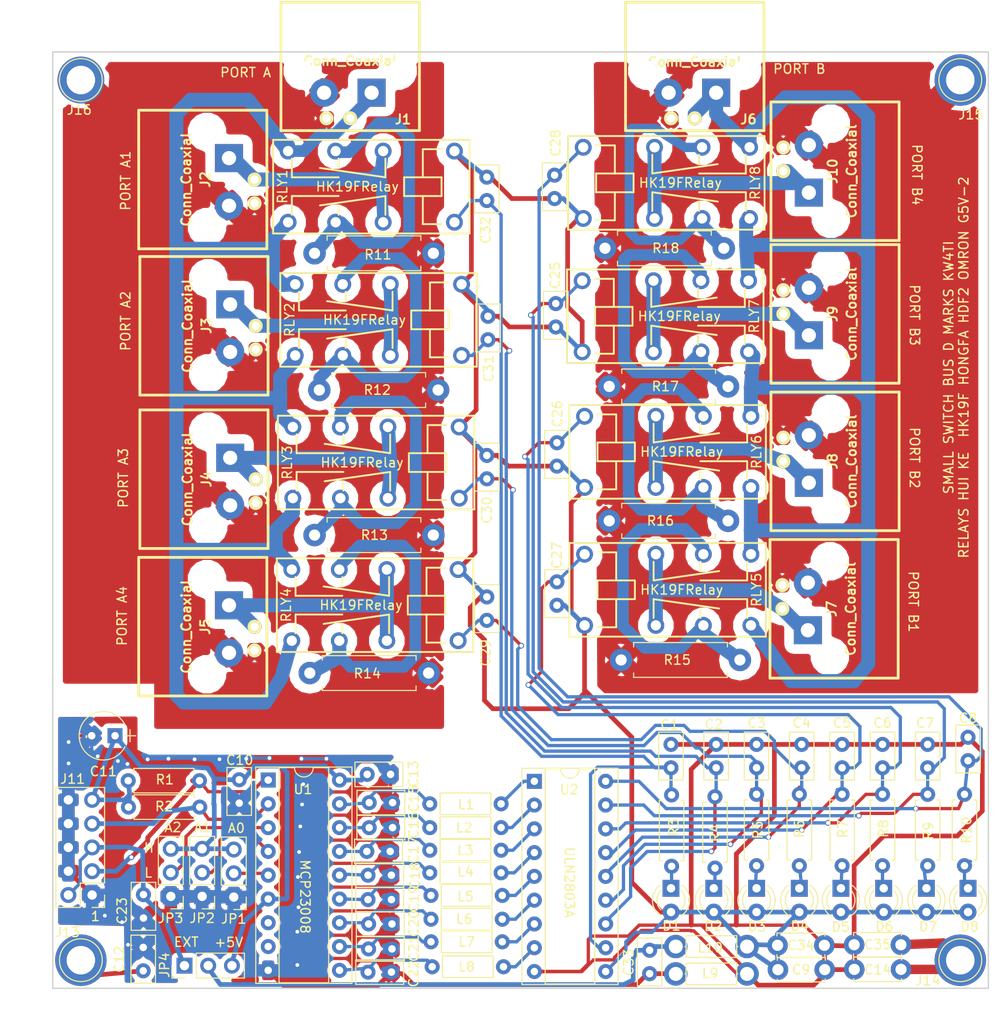
<source format=kicad_pcb>
(kicad_pcb (version 4) (host pcbnew 4.0.7)
  (layers (0 F.Cu signal) (31 B.Cu signal) (34 B.Paste user) (35 F.Paste user) (36 B.SilkS user) (37 F.SilkS user) (38 B.Mask user) (39 F.Mask user) (44 Edge.Cuts user))
  (net 0 "")
  (net 1 RFGND)
  (net 2 "Net-(J1-Pad1)")
  (net 3 "Net-(J2-Pad1)")
  (net 4 "Net-(J3-Pad1)")
  (net 5 "Net-(J4-Pad1)")
  (net 6 "Net-(J5-Pad1)")
  (net 7 "Net-(J6-Pad1)")
  (net 8 "Net-(J7-Pad1)")
  (net 9 "Net-(J10-Pad1)")
  (net 10 GND)
  (net 11 RLY1)
  (net 12 RLY2)
  (net 13 RLY3)
  (net 14 RLY4)
  (net 15 RLY5)
  (net 16 RLY6)
  (net 17 RLY7)
  (net 18 RLY8)
  (net 19 +5V)
  (net 20 "Net-(JP1-Pad2)")
  (net 21 "Net-(JP2-Pad2)")
  (net 22 "Net-(JP3-Pad2)")
  (net 23 "Net-(D1-Pad1)")
  (net 24 "Net-(D2-Pad1)")
  (net 25 "Net-(D3-Pad1)")
  (net 26 "Net-(D4-Pad1)")
  (net 27 "Net-(D5-Pad1)")
  (net 28 "Net-(D6-Pad1)")
  (net 29 "Net-(D7-Pad1)")
  (net 30 "Net-(D8-Pad1)")
  (net 31 RLYGND)
  (net 32 RLYPWR)
  (net 33 "Net-(C15-Pad1)")
  (net 34 "Net-(L1-Pad2)")
  (net 35 "Net-(C16-Pad1)")
  (net 36 "Net-(L2-Pad2)")
  (net 37 "Net-(C17-Pad1)")
  (net 38 "Net-(L3-Pad2)")
  (net 39 "Net-(C18-Pad1)")
  (net 40 "Net-(L4-Pad2)")
  (net 41 "Net-(C19-Pad1)")
  (net 42 "Net-(L5-Pad2)")
  (net 43 "Net-(C20-Pad1)")
  (net 44 "Net-(L6-Pad2)")
  (net 45 "Net-(C21-Pad1)")
  (net 46 "Net-(L7-Pad2)")
  (net 47 "Net-(C22-Pad1)")
  (net 48 "Net-(L8-Pad2)")
  (net 49 "Net-(C12-Pad1)")
  (net 50 "Net-(C14-Pad1)")
  (net 51 "Net-(C23-Pad2)")
  (net 52 SCL)
  (net 53 SDA)
  (net 54 EXTPWR)
  (net 55 "Net-(J8-Pad1)")
  (net 56 RFGND2)
  (net 57 "Net-(J9-Pad1)")
  (net 58 "Net-(R11-Pad2)")
  (net 59 "Net-(R12-Pad2)")
  (net 60 "Net-(R13-Pad2)")
  (net 61 "Net-(R14-Pad2)")
  (net 62 "Net-(R15-Pad2)")
  (net 63 "Net-(R16-Pad2)")
  (net 64 "Net-(R17-Pad2)")
  (net 65 "Net-(R18-Pad2)")
  (module tuner:bnc_90_1-1337543-0_pad_combo (layer F.Cu) (at 59.309 79.248 270)
    (fp_text reference J3 (at 0 -7.112 270) (layer F.SilkS) (effects (font (thickness 0.2))))
    (fp_text value Conn_Coaxial (at 0 -5.08 270) (layer F.SilkS) (effects (font (thickness 0.2))))
    (pad 1 thru_hole circle (at 0 -12.38 270) (size 1.5 1.5) (drill 0.9) (layers *.Cu *.Mask F.SilkS) (net 4 "Net-(J3-Pad1)"))
    (pad 2 thru_hole circle (at 2.54 -12.38 270) (size 1.5 1.5) (drill 0.9) (layers *.Cu *.Mask F.SilkS) (net 1 RFGND))
    (pad "" np_thru_hole circle (at 5.08 -7.3 270) (size 2.1 2.1) (drill 2.1) (layers *.Cu *.Mask F.SilkS))
    (pad "" np_thru_hole circle (at -5.08 -7.3 270) (size 2.1 2.1) (drill 2.1) (layers *.Cu *.Mask F.SilkS))
    (pad 1 thru_hole rect (at -2.286 -9.652 270) (size 3 3) (drill 1.52) (layers *.Cu *.Mask) (net 4 "Net-(J3-Pad1)"))
    (pad 2 thru_hole circle (at 2.794 -9.652 270) (size 3 3) (drill 1.52) (layers *.Cu *.Mask) (net 1 RFGND))
  )
  (module tuner:HK19FRelay (layer F.Cu) (at 91.313 78.613 180)
    (fp_text reference RLY2 (at 16 0 270) (layer F.SilkS))
    (fp_text value SPDTRelay)
    (fp_text user HK19FRelay (at 8 0 360) (layer F.SilkS))
    (pad 1 thru_hole circle (at 5.24 -3.8 180) (size 1.8 1.8) (drill 1.1) (layers *.Cu *.Mask) (net 4 "Net-(J3-Pad1)"))
    (pad 3 thru_hole circle (at 15.4 -3.8 180) (size 1.8 1.8) (drill 1.1) (layers *.Cu *.Mask) (net 2 "Net-(J1-Pad1)"))
    (pad 2 thru_hole circle (at 10.32 -3.8 180) (size 1.8 1.8) (drill 1.1) (layers *.Cu *.Mask) (net 59 "Net-(R12-Pad2)"))
    (pad 2 thru_hole circle (at 10.32 3.8 180) (size 1.8 1.8) (drill 1.1) (layers *.Cu *.Mask) (net 59 "Net-(R12-Pad2)"))
    (pad 1 thru_hole circle (at 5.24 3.8 180) (size 1.8 1.8) (drill 1.1) (layers *.Cu *.Mask) (net 4 "Net-(J3-Pad1)"))
    (pad 3 thru_hole circle (at 15.4 3.8 180) (size 1.8 1.8) (drill 1.1) (layers *.Cu *.Mask) (net 2 "Net-(J1-Pad1)"))
    (pad 4 thru_hole circle (at -2.38 -3.8 180) (size 1.8 1.8) (drill 1.1) (layers *.Cu *.Mask) (net 12 RLY2))
    (pad 5 thru_hole circle (at -2.38 3.8 180) (size 1.8 1.8) (drill 1.1) (layers *.Cu *.Mask) (net 32 RLYPWR))
  )
  (module Housings_DIP:DIP-18_W7.62mm_Socket (layer F.Cu) (at 73.025 127.762)
    (fp_text reference U1 (at 3.72364 0.9906) (layer F.SilkS))
    (fp_text value MCP23008)
    (pad 1 thru_hole rect (at 0 0) (size 1.6 1.6) (drill 0.8) (layers *.Cu *.Mask) (net 52 SCL))
    (pad 10 thru_hole oval (at 7.62 20.32) (size 1.6 1.6) (drill 0.8) (layers *.Cu *.Mask) (net 47 "Net-(C22-Pad1)"))
    (pad 2 thru_hole oval (at 0 2.54) (size 1.6 1.6) (drill 0.8) (layers *.Cu *.Mask) (net 53 SDA))
    (pad 11 thru_hole oval (at 7.62 17.78) (size 1.6 1.6) (drill 0.8) (layers *.Cu *.Mask) (net 45 "Net-(C21-Pad1)"))
    (pad 3 thru_hole oval (at 0 5.08) (size 1.6 1.6) (drill 0.8) (layers *.Cu *.Mask) (net 22 "Net-(JP3-Pad2)"))
    (pad 12 thru_hole oval (at 7.62 15.24) (size 1.6 1.6) (drill 0.8) (layers *.Cu *.Mask) (net 43 "Net-(C20-Pad1)"))
    (pad 4 thru_hole oval (at 0 7.62) (size 1.6 1.6) (drill 0.8) (layers *.Cu *.Mask) (net 21 "Net-(JP2-Pad2)"))
    (pad 13 thru_hole oval (at 7.62 12.7) (size 1.6 1.6) (drill 0.8) (layers *.Cu *.Mask) (net 41 "Net-(C19-Pad1)"))
    (pad 5 thru_hole oval (at 0 10.16) (size 1.6 1.6) (drill 0.8) (layers *.Cu *.Mask) (net 20 "Net-(JP1-Pad2)"))
    (pad 14 thru_hole oval (at 7.62 10.16) (size 1.6 1.6) (drill 0.8) (layers *.Cu *.Mask) (net 39 "Net-(C18-Pad1)"))
    (pad 6 thru_hole oval (at 0 12.7) (size 1.6 1.6) (drill 0.8) (layers *.Cu *.Mask) (net 19 +5V))
    (pad 15 thru_hole oval (at 7.62 7.62) (size 1.6 1.6) (drill 0.8) (layers *.Cu *.Mask) (net 37 "Net-(C17-Pad1)"))
    (pad 7 thru_hole oval (at 0 15.24) (size 1.6 1.6) (drill 0.8) (layers *.Cu *.Mask))
    (pad 16 thru_hole oval (at 7.62 5.08) (size 1.6 1.6) (drill 0.8) (layers *.Cu *.Mask) (net 35 "Net-(C16-Pad1)"))
    (pad 8 thru_hole oval (at 0 17.78) (size 1.6 1.6) (drill 0.8) (layers *.Cu *.Mask))
    (pad 17 thru_hole oval (at 7.62 2.54) (size 1.6 1.6) (drill 0.8) (layers *.Cu *.Mask) (net 33 "Net-(C15-Pad1)"))
    (pad 9 thru_hole oval (at 0 20.32) (size 1.6 1.6) (drill 0.8) (layers *.Cu *.Mask) (net 10 GND))
    (pad 18 thru_hole oval (at 7.62 0) (size 1.6 1.6) (drill 0.8) (layers *.Cu *.Mask) (net 19 +5V))
  )
  (module Inductors_THT:L_Axial_L5.3mm_D2.2mm_P7.62mm_Horizontal_Vishay_IM-1 (layer F.Cu) (at 116.586 145.542)
    (fp_text reference L10 (at 3.683 0.127) (layer F.SilkS))
    (fp_text value "100 uH")
    (pad 1 thru_hole circle (at 0 0) (size 2.5 2.5) (drill 1.5) (layers *.Cu *.Mask) (net 54 EXTPWR))
    (pad 2 thru_hole oval (at 7.62 0) (size 2.5 2.5) (drill 1.5) (layers *.Cu *.Mask) (net 32 RLYPWR))
  )
  (module LEDs:LED_D3.0mm (layer F.Cu) (at 138.811 139.319 270)
    (fp_text reference D6 (at 4.0894 -0.0762 540) (layer F.SilkS))
    (fp_text value LED)
    (pad 1 thru_hole rect (at 0 0 270) (size 1.8 1.8) (drill 0.9) (layers *.Cu *.Mask) (net 28 "Net-(D6-Pad1)"))
    (pad 2 thru_hole circle (at 2.54 0 270) (size 1.8 1.8) (drill 0.9) (layers *.Cu *.Mask) (net 32 RLYPWR))
  )
  (module LEDs:LED_D3.0mm (layer F.Cu) (at 125.222 139.319 270)
    (fp_text reference D3 (at 4.0894 -0.0508 540) (layer F.SilkS))
    (fp_text value LED)
    (pad 1 thru_hole rect (at 0 0 270) (size 1.8 1.8) (drill 0.9) (layers *.Cu *.Mask) (net 25 "Net-(D3-Pad1)"))
    (pad 2 thru_hole circle (at 2.54 0 270) (size 1.8 1.8) (drill 0.9) (layers *.Cu *.Mask) (net 32 RLYPWR))
  )
  (module Resistors_THT:R_Axial_DIN0207_L6.3mm_D2.5mm_P7.62mm_Horizontal (layer F.Cu) (at 143.51 136.906 90)
    (fp_text reference R9 (at 3.7084 0.0762 90) (layer F.SilkS))
    (fp_text value 1k)
    (pad 1 thru_hole circle (at 0 0 90) (size 1.6 1.6) (drill 0.8) (layers *.Cu *.Mask) (net 29 "Net-(D7-Pad1)"))
    (pad 2 thru_hole oval (at 7.62 0 90) (size 1.6 1.6) (drill 0.8) (layers *.Cu *.Mask) (net 17 RLY7))
  )
  (module LEDs:LED_D3.0mm (layer F.Cu) (at 120.65 139.319 270)
    (fp_text reference D2 (at 4.0386 0.0508 540) (layer F.SilkS))
    (fp_text value LED)
    (pad 1 thru_hole rect (at 0 0 270) (size 1.8 1.8) (drill 0.9) (layers *.Cu *.Mask) (net 24 "Net-(D2-Pad1)"))
    (pad 2 thru_hole circle (at 2.54 0 270) (size 1.8 1.8) (drill 0.9) (layers *.Cu *.Mask) (net 32 RLYPWR))
  )
  (module Housings_DIP:DIP-18_W7.62mm_Socket (layer F.Cu) (at 101.473 127.889)
    (fp_text reference U2 (at 3.72364 0.889) (layer F.SilkS))
    (fp_text value ULN2803A)
    (pad 1 thru_hole rect (at 0 0) (size 1.6 1.6) (drill 0.8) (layers *.Cu *.Mask) (net 34 "Net-(L1-Pad2)"))
    (pad 10 thru_hole oval (at 7.62 20.32) (size 1.6 1.6) (drill 0.8) (layers *.Cu *.Mask) (net 32 RLYPWR))
    (pad 2 thru_hole oval (at 0 2.54) (size 1.6 1.6) (drill 0.8) (layers *.Cu *.Mask) (net 36 "Net-(L2-Pad2)"))
    (pad 11 thru_hole oval (at 7.62 17.78) (size 1.6 1.6) (drill 0.8) (layers *.Cu *.Mask) (net 11 RLY1))
    (pad 3 thru_hole oval (at 0 5.08) (size 1.6 1.6) (drill 0.8) (layers *.Cu *.Mask) (net 38 "Net-(L3-Pad2)"))
    (pad 12 thru_hole oval (at 7.62 15.24) (size 1.6 1.6) (drill 0.8) (layers *.Cu *.Mask) (net 12 RLY2))
    (pad 4 thru_hole oval (at 0 7.62) (size 1.6 1.6) (drill 0.8) (layers *.Cu *.Mask) (net 40 "Net-(L4-Pad2)"))
    (pad 13 thru_hole oval (at 7.62 12.7) (size 1.6 1.6) (drill 0.8) (layers *.Cu *.Mask) (net 13 RLY3))
    (pad 5 thru_hole oval (at 0 10.16) (size 1.6 1.6) (drill 0.8) (layers *.Cu *.Mask) (net 42 "Net-(L5-Pad2)"))
    (pad 14 thru_hole oval (at 7.62 10.16) (size 1.6 1.6) (drill 0.8) (layers *.Cu *.Mask) (net 14 RLY4))
    (pad 6 thru_hole oval (at 0 12.7) (size 1.6 1.6) (drill 0.8) (layers *.Cu *.Mask) (net 44 "Net-(L6-Pad2)"))
    (pad 15 thru_hole oval (at 7.62 7.62) (size 1.6 1.6) (drill 0.8) (layers *.Cu *.Mask) (net 15 RLY5))
    (pad 7 thru_hole oval (at 0 15.24) (size 1.6 1.6) (drill 0.8) (layers *.Cu *.Mask) (net 46 "Net-(L7-Pad2)"))
    (pad 16 thru_hole oval (at 7.62 5.08) (size 1.6 1.6) (drill 0.8) (layers *.Cu *.Mask) (net 16 RLY6))
    (pad 8 thru_hole oval (at 0 17.78) (size 1.6 1.6) (drill 0.8) (layers *.Cu *.Mask) (net 48 "Net-(L8-Pad2)"))
    (pad 17 thru_hole oval (at 7.62 2.54) (size 1.6 1.6) (drill 0.8) (layers *.Cu *.Mask) (net 17 RLY7))
    (pad 9 thru_hole oval (at 0 20.32) (size 1.6 1.6) (drill 0.8) (layers *.Cu *.Mask) (net 31 RLYGND))
    (pad 18 thru_hole oval (at 7.62 0) (size 1.6 1.6) (drill 0.8) (layers *.Cu *.Mask) (net 18 RLY8))
  )
  (module Capacitors_THT:C_Disc_D5.0mm_W2.5mm_P2.50mm (layer F.Cu) (at 116.078 123.952 270)
    (fp_text reference C1 (at -2.0828 0.1524 360) (layer F.SilkS))
    (fp_text value "10 nF")
    (pad 1 thru_hole circle (at 0 0 270) (size 1.6 1.6) (drill 0.8) (layers *.Cu *.Mask) (net 31 RLYGND))
    (pad 2 thru_hole circle (at 2.5 0 270) (size 1.6 1.6) (drill 0.8) (layers *.Cu *.Mask) (net 11 RLY1))
  )
  (module Capacitors_THT:C_Disc_D5.0mm_W2.5mm_P2.50mm (layer F.Cu) (at 120.904 123.952 270)
    (fp_text reference C2 (at -2.1336 0.254 360) (layer F.SilkS))
    (fp_text value "10 nF")
    (pad 1 thru_hole circle (at 0 0 270) (size 1.6 1.6) (drill 0.8) (layers *.Cu *.Mask) (net 31 RLYGND))
    (pad 2 thru_hole circle (at 2.5 0 270) (size 1.6 1.6) (drill 0.8) (layers *.Cu *.Mask) (net 12 RLY2))
  )
  (module Capacitors_THT:C_Disc_D5.0mm_W2.5mm_P2.50mm (layer F.Cu) (at 125.222 123.952 270)
    (fp_text reference C3 (at -2.286 0 360) (layer F.SilkS))
    (fp_text value "10 nF")
    (pad 1 thru_hole circle (at 0 0 270) (size 1.6 1.6) (drill 0.8) (layers *.Cu *.Mask) (net 31 RLYGND))
    (pad 2 thru_hole circle (at 2.5 0 270) (size 1.6 1.6) (drill 0.8) (layers *.Cu *.Mask) (net 13 RLY3))
  )
  (module Capacitors_THT:C_Disc_D5.0mm_W2.5mm_P2.50mm (layer F.Cu) (at 130.048 123.952 270)
    (fp_text reference C4 (at -2.286 0 360) (layer F.SilkS))
    (fp_text value "10 nF")
    (pad 1 thru_hole circle (at 0 0 270) (size 1.6 1.6) (drill 0.8) (layers *.Cu *.Mask) (net 31 RLYGND))
    (pad 2 thru_hole circle (at 2.5 0 270) (size 1.6 1.6) (drill 0.8) (layers *.Cu *.Mask) (net 14 RLY4))
  )
  (module Capacitors_THT:C_Disc_D5.0mm_W2.5mm_P2.50mm (layer F.Cu) (at 134.366 123.952 270)
    (fp_text reference C5 (at -2.286 0 360) (layer F.SilkS))
    (fp_text value "10 nF")
    (pad 1 thru_hole circle (at 0 0 270) (size 1.6 1.6) (drill 0.8) (layers *.Cu *.Mask) (net 31 RLYGND))
    (pad 2 thru_hole circle (at 2.5 0 270) (size 1.6 1.6) (drill 0.8) (layers *.Cu *.Mask) (net 15 RLY5))
  )
  (module Capacitors_THT:C_Disc_D5.0mm_W2.5mm_P2.50mm (layer F.Cu) (at 138.684 123.952 270)
    (fp_text reference C6 (at -2.286 0 360) (layer F.SilkS))
    (fp_text value "10 nF")
    (pad 1 thru_hole circle (at 0 0 270) (size 1.6 1.6) (drill 0.8) (layers *.Cu *.Mask) (net 31 RLYGND))
    (pad 2 thru_hole circle (at 2.5 0 270) (size 1.6 1.6) (drill 0.8) (layers *.Cu *.Mask) (net 16 RLY6))
  )
  (module Capacitors_THT:C_Disc_D5.0mm_W2.5mm_P2.50mm (layer F.Cu) (at 143.51 123.952 270)
    (fp_text reference C7 (at -2.286 0.254 360) (layer F.SilkS))
    (fp_text value "10 nF")
    (pad 1 thru_hole circle (at 0 0 270) (size 1.6 1.6) (drill 0.8) (layers *.Cu *.Mask) (net 31 RLYGND))
    (pad 2 thru_hole circle (at 2.5 0 270) (size 1.6 1.6) (drill 0.8) (layers *.Cu *.Mask) (net 17 RLY7))
  )
  (module Capacitors_THT:C_Disc_D5.0mm_W2.5mm_P2.50mm (layer F.Cu) (at 147.828 123.19 270)
    (fp_text reference C8 (at -2.032 0 360) (layer F.SilkS))
    (fp_text value "10 nF")
    (pad 1 thru_hole circle (at 0 0 270) (size 1.6 1.6) (drill 0.8) (layers *.Cu *.Mask) (net 31 RLYGND))
    (pad 2 thru_hole circle (at 2.5 0 270) (size 1.6 1.6) (drill 0.8) (layers *.Cu *.Mask) (net 18 RLY8))
  )
  (module Capacitors_THT:C_Disc_D5.0mm_W2.5mm_P2.50mm (layer F.Cu) (at 69.9262 130.2258 90)
    (fp_text reference C10 (at 4.5974 0.0508 180) (layer F.SilkS))
    (fp_text value "100 nF")
    (pad 1 thru_hole circle (at 0 0 90) (size 1.6 1.6) (drill 0.8) (layers *.Cu *.Mask) (net 10 GND))
    (pad 2 thru_hole circle (at 2.5 0 90) (size 1.6 1.6) (drill 0.8) (layers *.Cu *.Mask) (net 19 +5V))
  )
  (module Pin_Headers:Pin_Header_Straight_1x03_Pitch2.54mm (layer F.Cu) (at 69.342 140.2588 180)
    (fp_text reference JP1 (at 0 -2.33 180) (layer F.SilkS))
    (fp_text value Jumper_NC_Dual)
    (pad 1 thru_hole rect (at 0 0 180) (size 1.7 1.7) (drill 1) (layers *.Cu *.Mask) (net 10 GND))
    (pad 2 thru_hole oval (at 0 2.54 180) (size 1.7 1.7) (drill 1) (layers *.Cu *.Mask) (net 20 "Net-(JP1-Pad2)"))
    (pad 3 thru_hole oval (at 0 5.08 180) (size 1.7 1.7) (drill 1) (layers *.Cu *.Mask) (net 19 +5V))
  )
  (module Pin_Headers:Pin_Header_Straight_1x03_Pitch2.54mm (layer F.Cu) (at 65.9638 140.1826 180)
    (fp_text reference JP2 (at 0 -2.33 180) (layer F.SilkS))
    (fp_text value Jumper_NC_Dual)
    (pad 1 thru_hole rect (at 0 0 180) (size 1.7 1.7) (drill 1) (layers *.Cu *.Mask) (net 10 GND))
    (pad 2 thru_hole oval (at 0 2.54 180) (size 1.7 1.7) (drill 1) (layers *.Cu *.Mask) (net 21 "Net-(JP2-Pad2)"))
    (pad 3 thru_hole oval (at 0 5.08 180) (size 1.7 1.7) (drill 1) (layers *.Cu *.Mask) (net 19 +5V))
  )
  (module Pin_Headers:Pin_Header_Straight_1x03_Pitch2.54mm (layer F.Cu) (at 62.611 140.1826 180)
    (fp_text reference JP3 (at 0.0127 -2.3368 360) (layer F.SilkS))
    (fp_text value Jumper_NC_Dual)
    (pad 1 thru_hole rect (at 0 0 180) (size 1.7 1.7) (drill 1) (layers *.Cu *.Mask) (net 10 GND))
    (pad 2 thru_hole oval (at 0 2.54 180) (size 1.7 1.7) (drill 1) (layers *.Cu *.Mask) (net 22 "Net-(JP3-Pad2)"))
    (pad 3 thru_hole oval (at 0 5.08 180) (size 1.7 1.7) (drill 1) (layers *.Cu *.Mask) (net 19 +5V))
  )
  (module Connectors:1pin (layer F.Cu) (at 53 147)
    (fp_text reference J13 (at -1.438 -2.982 180) (layer F.SilkS))
    (fp_text value Conn_01x01)
    (pad 1 thru_hole circle (at 0 0) (size 5.5 5.5) (drill 3.048) (layers *.Cu *.Mask) (net 49 "Net-(C12-Pad1)"))
  )
  (module Connectors:1pin (layer F.Cu) (at 147.0025 147.0025)
    (fp_text reference J14 (at -3.4671 2.1717) (layer F.SilkS))
    (fp_text value Conn_01x01)
    (pad 1 thru_hole circle (at 0 0) (size 5.5 5.5) (drill 3.048) (layers *.Cu *.Mask) (net 50 "Net-(C14-Pad1)"))
  )
  (module LEDs:LED_D3.0mm (layer F.Cu) (at 129.794 139.319 270)
    (fp_text reference D4 (at 4.0386 -0.0508 540) (layer F.SilkS))
    (fp_text value LED)
    (pad 1 thru_hole rect (at 0 0 270) (size 1.8 1.8) (drill 0.9) (layers *.Cu *.Mask) (net 26 "Net-(D4-Pad1)"))
    (pad 2 thru_hole circle (at 2.54 0 270) (size 1.8 1.8) (drill 0.9) (layers *.Cu *.Mask) (net 32 RLYPWR))
  )
  (module LEDs:LED_D3.0mm (layer F.Cu) (at 134.239 139.319 270)
    (fp_text reference D5 (at 4.1402 0.0254 540) (layer F.SilkS))
    (fp_text value LED)
    (pad 1 thru_hole rect (at 0 0 270) (size 1.8 1.8) (drill 0.9) (layers *.Cu *.Mask) (net 27 "Net-(D5-Pad1)"))
    (pad 2 thru_hole circle (at 2.54 0 270) (size 1.8 1.8) (drill 0.9) (layers *.Cu *.Mask) (net 32 RLYPWR))
  )
  (module LEDs:LED_D3.0mm (layer F.Cu) (at 143.383 139.319 270)
    (fp_text reference D7 (at 4.0894 -0.1778 540) (layer F.SilkS))
    (fp_text value LED)
    (pad 1 thru_hole rect (at 0 0 270) (size 1.8 1.8) (drill 0.9) (layers *.Cu *.Mask) (net 29 "Net-(D7-Pad1)"))
    (pad 2 thru_hole circle (at 2.54 0 270) (size 1.8 1.8) (drill 0.9) (layers *.Cu *.Mask) (net 32 RLYPWR))
  )
  (module LEDs:LED_D3.0mm (layer F.Cu) (at 147.828 139.319 270)
    (fp_text reference D8 (at 4.0894 -0.1524 540) (layer F.SilkS))
    (fp_text value LED)
    (pad 1 thru_hole rect (at 0 0 270) (size 1.8 1.8) (drill 0.9) (layers *.Cu *.Mask) (net 30 "Net-(D8-Pad1)"))
    (pad 2 thru_hole circle (at 2.54 0 270) (size 1.8 1.8) (drill 0.9) (layers *.Cu *.Mask) (net 32 RLYPWR))
  )
  (module Resistors_THT:R_Axial_DIN0207_L6.3mm_D2.5mm_P7.62mm_Horizontal (layer F.Cu) (at 116.1415 136.9695 90)
    (fp_text reference R3 (at 4.1529 0.2286 90) (layer F.SilkS))
    (fp_text value 1k)
    (pad 1 thru_hole circle (at 0 0 90) (size 1.6 1.6) (drill 0.8) (layers *.Cu *.Mask) (net 23 "Net-(D1-Pad1)"))
    (pad 2 thru_hole oval (at 7.62 0 90) (size 1.6 1.6) (drill 0.8) (layers *.Cu *.Mask) (net 11 RLY1))
  )
  (module Resistors_THT:R_Axial_DIN0207_L6.3mm_D2.5mm_P7.62mm_Horizontal (layer F.Cu) (at 120.777 137.16 90)
    (fp_text reference R4 (at 3.7465 0.0254 90) (layer F.SilkS))
    (fp_text value 1k)
    (pad 1 thru_hole circle (at 0 0 90) (size 1.6 1.6) (drill 0.8) (layers *.Cu *.Mask) (net 24 "Net-(D2-Pad1)"))
    (pad 2 thru_hole oval (at 7.62 0 90) (size 1.6 1.6) (drill 0.8) (layers *.Cu *.Mask) (net 12 RLY2))
  )
  (module Resistors_THT:R_Axial_DIN0207_L6.3mm_D2.5mm_P7.62mm_Horizontal (layer F.Cu) (at 125.222 136.906 90)
    (fp_text reference R5 (at 3.8227 0.1397 90) (layer F.SilkS))
    (fp_text value 1k)
    (pad 1 thru_hole circle (at 0 0 90) (size 1.6 1.6) (drill 0.8) (layers *.Cu *.Mask) (net 25 "Net-(D3-Pad1)"))
    (pad 2 thru_hole oval (at 7.62 0 90) (size 1.6 1.6) (drill 0.8) (layers *.Cu *.Mask) (net 13 RLY3))
  )
  (module Resistors_THT:R_Axial_DIN0207_L6.3mm_D2.5mm_P7.62mm_Horizontal (layer F.Cu) (at 129.794 136.906 90)
    (fp_text reference R6 (at 3.937 0.0127 90) (layer F.SilkS))
    (fp_text value 1k)
    (pad 1 thru_hole circle (at 0 0 90) (size 1.6 1.6) (drill 0.8) (layers *.Cu *.Mask) (net 26 "Net-(D4-Pad1)"))
    (pad 2 thru_hole oval (at 7.62 0 90) (size 1.6 1.6) (drill 0.8) (layers *.Cu *.Mask) (net 14 RLY4))
  )
  (module Resistors_THT:R_Axial_DIN0207_L6.3mm_D2.5mm_P7.62mm_Horizontal (layer F.Cu) (at 134.366 136.906 90)
    (fp_text reference R7 (at 3.9116 0.0762 90) (layer F.SilkS))
    (fp_text value 1k)
    (pad 1 thru_hole circle (at 0 0 90) (size 1.6 1.6) (drill 0.8) (layers *.Cu *.Mask) (net 27 "Net-(D5-Pad1)"))
    (pad 2 thru_hole oval (at 7.62 0 90) (size 1.6 1.6) (drill 0.8) (layers *.Cu *.Mask) (net 15 RLY5))
  )
  (module Resistors_THT:R_Axial_DIN0207_L6.3mm_D2.5mm_P7.62mm_Horizontal (layer F.Cu) (at 138.684 136.906 90)
    (fp_text reference R8 (at 3.9624 0.1016 90) (layer F.SilkS))
    (fp_text value 1k)
    (pad 1 thru_hole circle (at 0 0 90) (size 1.6 1.6) (drill 0.8) (layers *.Cu *.Mask) (net 28 "Net-(D6-Pad1)"))
    (pad 2 thru_hole oval (at 7.62 0 90) (size 1.6 1.6) (drill 0.8) (layers *.Cu *.Mask) (net 16 RLY6))
  )
  (module Resistors_THT:R_Axial_DIN0207_L6.3mm_D2.5mm_P7.62mm_Horizontal (layer F.Cu) (at 147.447 136.906 90)
    (fp_text reference R10 (at 3.7973 0.2159 90) (layer F.SilkS))
    (fp_text value 1k)
    (pad 1 thru_hole circle (at 0 0 90) (size 1.6 1.6) (drill 0.8) (layers *.Cu *.Mask) (net 30 "Net-(D8-Pad1)"))
    (pad 2 thru_hole oval (at 7.62 0 90) (size 1.6 1.6) (drill 0.8) (layers *.Cu *.Mask) (net 18 RLY8))
  )
  (module Capacitors_THT:C_Disc_D5.0mm_W2.5mm_P2.50mm (layer F.Cu) (at 86.106 127.1524 180)
    (fp_text reference C13 (at -2.4384 0.0508 270) (layer F.SilkS))
    (fp_text value "100 nF")
    (pad 1 thru_hole circle (at 0 0 180) (size 1.6 1.6) (drill 0.8) (layers *.Cu *.Mask) (net 10 GND))
    (pad 2 thru_hole circle (at 2.5 0 180) (size 1.6 1.6) (drill 0.8) (layers *.Cu *.Mask) (net 19 +5V))
  )
  (module Inductors_THT:L_Axial_L5.3mm_D2.2mm_P7.62mm_Horizontal_Vishay_IM-1 (layer F.Cu) (at 90.297 130.302)
    (fp_text reference L1 (at 3.8862 0.0762) (layer F.SilkS))
    (fp_text value "100 uH")
    (pad 1 thru_hole circle (at 0 0) (size 1.6 1.6) (drill 0.8) (layers *.Cu *.Mask) (net 33 "Net-(C15-Pad1)"))
    (pad 2 thru_hole oval (at 7.62 0) (size 1.6 1.6) (drill 0.8) (layers *.Cu *.Mask) (net 34 "Net-(L1-Pad2)"))
  )
  (module Inductors_THT:L_Axial_L5.3mm_D2.2mm_P7.62mm_Horizontal_Vishay_IM-1 (layer F.Cu) (at 90.297 132.842)
    (fp_text reference L2 (at 3.683 0) (layer F.SilkS))
    (fp_text value "100 uH")
    (pad 1 thru_hole circle (at 0 0) (size 1.6 1.6) (drill 0.8) (layers *.Cu *.Mask) (net 35 "Net-(C16-Pad1)"))
    (pad 2 thru_hole oval (at 7.62 0) (size 1.6 1.6) (drill 0.8) (layers *.Cu *.Mask) (net 36 "Net-(L2-Pad2)"))
  )
  (module Inductors_THT:L_Axial_L5.3mm_D2.2mm_P7.62mm_Horizontal_Vishay_IM-1 (layer F.Cu) (at 90.297 135.255)
    (fp_text reference L3 (at 3.81 0) (layer F.SilkS))
    (fp_text value "100 uH")
    (pad 1 thru_hole circle (at 0 0) (size 1.6 1.6) (drill 0.8) (layers *.Cu *.Mask) (net 37 "Net-(C17-Pad1)"))
    (pad 2 thru_hole oval (at 7.62 0) (size 1.6 1.6) (drill 0.8) (layers *.Cu *.Mask) (net 38 "Net-(L3-Pad2)"))
  )
  (module Inductors_THT:L_Axial_L5.3mm_D2.2mm_P7.62mm_Horizontal_Vishay_IM-1 (layer F.Cu) (at 90.297 137.668)
    (fp_text reference L4 (at 3.81 -0.127) (layer F.SilkS))
    (fp_text value "100 uH")
    (pad 1 thru_hole circle (at 0 0) (size 1.6 1.6) (drill 0.8) (layers *.Cu *.Mask) (net 39 "Net-(C18-Pad1)"))
    (pad 2 thru_hole oval (at 7.62 0) (size 1.6 1.6) (drill 0.8) (layers *.Cu *.Mask) (net 40 "Net-(L4-Pad2)"))
  )
  (module Inductors_THT:L_Axial_L5.3mm_D2.2mm_P7.62mm_Horizontal_Vishay_IM-1 (layer F.Cu) (at 90.424 140.081)
    (fp_text reference L5 (at 3.683 0.127) (layer F.SilkS))
    (fp_text value "100 uH")
    (pad 1 thru_hole circle (at 0 0) (size 1.6 1.6) (drill 0.8) (layers *.Cu *.Mask) (net 41 "Net-(C19-Pad1)"))
    (pad 2 thru_hole oval (at 7.62 0) (size 1.6 1.6) (drill 0.8) (layers *.Cu *.Mask) (net 42 "Net-(L5-Pad2)"))
  )
  (module Inductors_THT:L_Axial_L5.3mm_D2.2mm_P7.62mm_Horizontal_Vishay_IM-1 (layer F.Cu) (at 90.424 142.621)
    (fp_text reference L6 (at 3.556 0) (layer F.SilkS))
    (fp_text value "100 uH")
    (pad 1 thru_hole circle (at 0 0) (size 1.6 1.6) (drill 0.8) (layers *.Cu *.Mask) (net 43 "Net-(C20-Pad1)"))
    (pad 2 thru_hole oval (at 7.62 0) (size 1.6 1.6) (drill 0.8) (layers *.Cu *.Mask) (net 44 "Net-(L6-Pad2)"))
  )
  (module Inductors_THT:L_Axial_L5.3mm_D2.2mm_P7.62mm_Horizontal_Vishay_IM-1 (layer F.Cu) (at 90.424 145.034)
    (fp_text reference L7 (at 3.81 0) (layer F.SilkS))
    (fp_text value "100 uH")
    (pad 1 thru_hole circle (at 0 0) (size 1.6 1.6) (drill 0.8) (layers *.Cu *.Mask) (net 45 "Net-(C21-Pad1)"))
    (pad 2 thru_hole oval (at 7.62 0) (size 1.6 1.6) (drill 0.8) (layers *.Cu *.Mask) (net 46 "Net-(L7-Pad2)"))
  )
  (module Inductors_THT:L_Axial_L5.3mm_D2.2mm_P7.62mm_Horizontal_Vishay_IM-1 (layer F.Cu) (at 90.551 147.701)
    (fp_text reference L8 (at 3.683 0) (layer F.SilkS))
    (fp_text value "100 uH")
    (pad 1 thru_hole circle (at 0 0) (size 1.6 1.6) (drill 0.8) (layers *.Cu *.Mask) (net 47 "Net-(C22-Pad1)"))
    (pad 2 thru_hole oval (at 7.62 0) (size 1.6 1.6) (drill 0.8) (layers *.Cu *.Mask) (net 48 "Net-(L8-Pad2)"))
  )
  (module LEDs:LED_D3.0mm (layer F.Cu) (at 116.078 139.319 270)
    (fp_text reference D1 (at 4.0132 -0.0508 360) (layer F.SilkS))
    (fp_text value LED)
    (pad 1 thru_hole rect (at 0 0 270) (size 1.8 1.8) (drill 0.9) (layers *.Cu *.Mask) (net 23 "Net-(D1-Pad1)"))
    (pad 2 thru_hole circle (at 2.54 0 270) (size 1.8 1.8) (drill 0.9) (layers *.Cu *.Mask) (net 32 RLYPWR))
  )
  (module Capacitors_THT:C_Disc_D5.0mm_W2.5mm_P2.50mm (layer F.Cu) (at 83.82 130.175)
    (fp_text reference C15 (at 4.78028 -0.42164 90) (layer F.SilkS))
    (fp_text value "10 nF")
    (pad 1 thru_hole circle (at 0 0) (size 1.6 1.6) (drill 0.8) (layers *.Cu *.Mask) (net 33 "Net-(C15-Pad1)"))
    (pad 2 thru_hole circle (at 2.5 0) (size 1.6 1.6) (drill 0.8) (layers *.Cu *.Mask) (net 10 GND))
  )
  (module Capacitors_THT:C_Disc_D5.0mm_W2.5mm_P2.50mm (layer F.Cu) (at 83.82 132.842)
    (fp_text reference C16 (at 4.7498 -0.29464 90) (layer F.SilkS))
    (fp_text value C_Small)
    (pad 1 thru_hole circle (at 0 0) (size 1.6 1.6) (drill 0.8) (layers *.Cu *.Mask) (net 35 "Net-(C16-Pad1)"))
    (pad 2 thru_hole circle (at 2.5 0) (size 1.6 1.6) (drill 0.8) (layers *.Cu *.Mask) (net 10 GND))
  )
  (module Capacitors_THT:C_Disc_D5.0mm_W2.5mm_P2.50mm (layer F.Cu) (at 83.566 135.382)
    (fp_text reference C17 (at 5.0038 -0.1524 90) (layer F.SilkS))
    (fp_text value C_Small)
    (pad 1 thru_hole circle (at 0 0) (size 1.6 1.6) (drill 0.8) (layers *.Cu *.Mask) (net 37 "Net-(C17-Pad1)"))
    (pad 2 thru_hole circle (at 2.5 0) (size 1.6 1.6) (drill 0.8) (layers *.Cu *.Mask) (net 10 GND))
  )
  (module Capacitors_THT:C_Disc_D5.0mm_W2.5mm_P2.50mm (layer F.Cu) (at 83.693 137.922)
    (fp_text reference C18 (at 5.01904 0.04572 90) (layer F.SilkS))
    (fp_text value "10 nF")
    (pad 1 thru_hole circle (at 0 0) (size 1.6 1.6) (drill 0.8) (layers *.Cu *.Mask) (net 39 "Net-(C18-Pad1)"))
    (pad 2 thru_hole circle (at 2.5 0) (size 1.6 1.6) (drill 0.8) (layers *.Cu *.Mask) (net 10 GND))
  )
  (module Capacitors_THT:C_Disc_D5.0mm_W2.5mm_P2.50mm (layer F.Cu) (at 83.693 140.5255)
    (fp_text reference C19 (at 4.93268 -0.09906 90) (layer F.SilkS))
    (fp_text value "10 nF")
    (pad 1 thru_hole circle (at 0 0) (size 1.6 1.6) (drill 0.8) (layers *.Cu *.Mask) (net 41 "Net-(C19-Pad1)"))
    (pad 2 thru_hole circle (at 2.5 0) (size 1.6 1.6) (drill 0.8) (layers *.Cu *.Mask) (net 10 GND))
  )
  (module Capacitors_THT:C_Disc_D5.0mm_W2.5mm_P2.50mm (layer F.Cu) (at 83.7565 143.129)
    (fp_text reference C20 (at 4.84378 -0.04572 90) (layer F.SilkS))
    (fp_text value "10 nF")
    (pad 1 thru_hole circle (at 0 0) (size 1.6 1.6) (drill 0.8) (layers *.Cu *.Mask) (net 43 "Net-(C20-Pad1)"))
    (pad 2 thru_hole circle (at 2.5 0) (size 1.6 1.6) (drill 0.8) (layers *.Cu *.Mask) (net 10 GND))
  )
  (module Capacitors_THT:C_Disc_D5.0mm_W2.5mm_P2.50mm (layer F.Cu) (at 83.7565 145.796)
    (fp_text reference C21 (at 4.84378 -0.06096 90) (layer F.SilkS))
    (fp_text value "10 nF")
    (pad 1 thru_hole circle (at 0 0) (size 1.6 1.6) (drill 0.8) (layers *.Cu *.Mask) (net 45 "Net-(C21-Pad1)"))
    (pad 2 thru_hole circle (at 2.5 0) (size 1.6 1.6) (drill 0.8) (layers *.Cu *.Mask) (net 10 GND))
  )
  (module Capacitors_THT:C_Disc_D5.0mm_W2.5mm_P2.50mm (layer F.Cu) (at 83.693 148.2725)
    (fp_text reference C22 (at 4.8768 0.17526 90) (layer F.SilkS))
    (fp_text value "10 nFl")
    (pad 1 thru_hole circle (at 0 0) (size 1.6 1.6) (drill 0.8) (layers *.Cu *.Mask) (net 47 "Net-(C22-Pad1)"))
    (pad 2 thru_hole circle (at 2.5 0) (size 1.6 1.6) (drill 0.8) (layers *.Cu *.Mask) (net 10 GND))
  )
  (module Inductors_THT:L_Axial_L5.3mm_D2.2mm_P7.62mm_Horizontal_Vishay_IM-1 (layer F.Cu) (at 116.586 148.463)
    (fp_text reference L9 (at 3.683 -0.0635) (layer F.SilkS))
    (fp_text value "100 uH")
    (pad 1 thru_hole circle (at 0 0) (size 2.5 2.5) (drill 1.5) (layers *.Cu *.Mask) (net 10 GND))
    (pad 2 thru_hole oval (at 7.62 0) (size 2.5 2.5) (drill 1.5) (layers *.Cu *.Mask) (net 31 RLYGND))
  )
  (module Capacitors_THT:C_Disc_D5.0mm_W2.5mm_P2.50mm (layer F.Cu) (at 59.6646 148.1328 90)
    (fp_text reference C12 (at 1.25 -2.56 90) (layer F.SilkS))
    (fp_text value "10 nF")
    (pad 1 thru_hole circle (at 0 0 90) (size 1.6 1.6) (drill 0.8) (layers *.Cu *.Mask) (net 49 "Net-(C12-Pad1)"))
    (pad 2 thru_hole circle (at 2.5 0 90) (size 1.6 1.6) (drill 0.8) (layers *.Cu *.Mask) (net 10 GND))
  )
  (module Capacitors_THT:C_Disc_D5.0mm_W2.5mm_P2.50mm (layer F.Cu) (at 59.69 142.494 90)
    (fp_text reference C23 (at 0.762 -2.286 270) (layer F.SilkS))
    (fp_text value "100 nF")
    (pad 1 thru_hole circle (at 0 0 90) (size 1.6 1.6) (drill 0.8) (layers *.Cu *.Mask) (net 10 GND))
    (pad 2 thru_hole circle (at 2.5 0 90) (size 1.6 1.6) (drill 0.8) (layers *.Cu *.Mask) (net 51 "Net-(C23-Pad2)"))
  )
  (module Pin_Headers:Pin_Header_Straight_2x05_Pitch2.54mm (layer F.Cu) (at 54.2036 140.03528 180)
    (fp_text reference J11 (at 2.0828 12.3952 360) (layer F.SilkS))
    (fp_text value Conn_02x05_Odd_Even)
    (pad 1 thru_hole rect (at 0 0 180) (size 1.7 1.7) (drill 1) (layers *.Cu *.Mask) (net 10 GND))
    (pad 2 thru_hole oval (at 2.54 0 180) (size 1.7 1.7) (drill 1) (layers *.Cu *.Mask) (net 51 "Net-(C23-Pad2)"))
    (pad 3 thru_hole oval (at 0 2.54 180) (size 1.7 1.7) (drill 1) (layers *.Cu *.Mask) (net 52 SCL))
    (pad 4 thru_hole oval (at 2.54 2.54 180) (size 1.7 1.7) (drill 1) (layers *.Cu *.Mask) (net 10 GND))
    (pad 5 thru_hole oval (at 0 5.08 180) (size 1.7 1.7) (drill 1) (layers *.Cu *.Mask) (net 51 "Net-(C23-Pad2)"))
    (pad 6 thru_hole oval (at 2.54 5.08 180) (size 1.7 1.7) (drill 1) (layers *.Cu *.Mask) (net 10 GND))
    (pad 7 thru_hole oval (at 0 7.62 180) (size 1.7 1.7) (drill 1) (layers *.Cu *.Mask) (net 53 SDA))
    (pad 8 thru_hole oval (at 2.54 7.62 180) (size 1.7 1.7) (drill 1) (layers *.Cu *.Mask) (net 10 GND))
    (pad 9 thru_hole oval (at 0 10.16 180) (size 1.7 1.7) (drill 1) (layers *.Cu *.Mask) (net 19 +5V))
    (pad 10 thru_hole oval (at 2.54 10.16 180) (size 1.7 1.7) (drill 1) (layers *.Cu *.Mask) (net 10 GND))
  )
  (module Capacitors_THT:C_Disc_D5.0mm_W2.5mm_P2.50mm (layer F.Cu) (at 103.759 79.375 90)
    (fp_text reference C25 (at 5.5245 -0.0635 270) (layer F.SilkS))
    (fp_text value "10 nF")
    (pad 1 thru_hole circle (at 0 0 90) (size 1.6 1.6) (drill 0.8) (layers *.Cu *.Mask) (net 32 RLYPWR))
    (pad 2 thru_hole circle (at 2.5 0 90) (size 1.6 1.6) (drill 0.8) (layers *.Cu *.Mask) (net 17 RLY7))
  )
  (module Capacitors_THT:C_Disc_D5.0mm_W2.5mm_P2.50mm (layer F.Cu) (at 103.886 94.234 90)
    (fp_text reference C26 (at 5.588 0.0508 270) (layer F.SilkS))
    (fp_text value "10 nF")
    (pad 1 thru_hole circle (at 0 0 90) (size 1.6 1.6) (drill 0.8) (layers *.Cu *.Mask) (net 32 RLYPWR))
    (pad 2 thru_hole circle (at 2.5 0 90) (size 1.6 1.6) (drill 0.8) (layers *.Cu *.Mask) (net 16 RLY6))
  )
  (module Capacitors_THT:C_Disc_D5.0mm_W2.5mm_P2.50mm (layer F.Cu) (at 103.886 109.093 90)
    (fp_text reference C27 (at 5.334 0 270) (layer F.SilkS))
    (fp_text value "10 nF")
    (pad 1 thru_hole circle (at 0 0 90) (size 1.6 1.6) (drill 0.8) (layers *.Cu *.Mask) (net 32 RLYPWR))
    (pad 2 thru_hole circle (at 2.5 0 90) (size 1.6 1.6) (drill 0.8) (layers *.Cu *.Mask) (net 15 RLY5))
  )
  (module Capacitors_THT:C_Disc_D5.0mm_W2.5mm_P2.50mm (layer F.Cu) (at 103.632 65.659 90)
    (fp_text reference C28 (at 5.9309 0.1143 270) (layer F.SilkS))
    (fp_text value "10 nF")
    (pad 1 thru_hole circle (at 0 0 90) (size 1.6 1.6) (drill 0.8) (layers *.Cu *.Mask) (net 32 RLYPWR))
    (pad 2 thru_hole circle (at 2.5 0 90) (size 1.6 1.6) (drill 0.8) (layers *.Cu *.Mask) (net 18 RLY8))
  )
  (module Capacitors_THT:C_Disc_D5.0mm_W2.5mm_P2.50mm (layer F.Cu) (at 96.393 108.204 270)
    (fp_text reference C29 (at 5.969 0.127 270) (layer F.SilkS))
    (fp_text value "10 nF")
    (pad 1 thru_hole circle (at 0 0 270) (size 1.6 1.6) (drill 0.8) (layers *.Cu *.Mask) (net 32 RLYPWR))
    (pad 2 thru_hole circle (at 2.5 0 270) (size 1.6 1.6) (drill 0.8) (layers *.Cu *.Mask) (net 14 RLY4))
  )
  (module Capacitors_THT:C_Disc_D5.0mm_W2.5mm_P2.50mm (layer F.Cu) (at 96.393 93.091 270)
    (fp_text reference C30 (at 5.842 0 450) (layer F.SilkS))
    (fp_text value "10 nF")
    (pad 1 thru_hole circle (at 0 0 270) (size 1.6 1.6) (drill 0.8) (layers *.Cu *.Mask) (net 32 RLYPWR))
    (pad 2 thru_hole circle (at 2.5 0 270) (size 1.6 1.6) (drill 0.8) (layers *.Cu *.Mask) (net 13 RLY3))
  )
  (module Capacitors_THT:C_Disc_D5.0mm_W2.5mm_P2.50mm (layer F.Cu) (at 96.52 78.232 270)
    (fp_text reference C31 (at 5.588 -0.0635 450) (layer F.SilkS))
    (fp_text value "10 nF")
    (pad 1 thru_hole circle (at 0 0 270) (size 1.6 1.6) (drill 0.8) (layers *.Cu *.Mask) (net 32 RLYPWR))
    (pad 2 thru_hole circle (at 2.5 0 270) (size 1.6 1.6) (drill 0.8) (layers *.Cu *.Mask) (net 12 RLY2))
  )
  (module Capacitors_THT:C_Disc_D5.0mm_W2.5mm_P2.50mm (layer F.Cu) (at 96.393 63.373 270)
    (fp_text reference C32 (at 5.6515 0.127 450) (layer F.SilkS))
    (fp_text value "10 nF")
    (pad 1 thru_hole circle (at 0 0 270) (size 1.6 1.6) (drill 0.8) (layers *.Cu *.Mask) (net 32 RLYPWR))
    (pad 2 thru_hole circle (at 2.5 0 270) (size 1.6 1.6) (drill 0.8) (layers *.Cu *.Mask) (net 11 RLY1))
  )
  (module Capacitors_THT:CP_Radial_Tantal_D5.0mm_P2.50mm (layer F.Cu) (at 56.65724 123.02744 180)
    (fp_text reference C11 (at 1.25 -3.81 180) (layer F.SilkS))
    (fp_text value "100 uF")
    (pad 1 thru_hole rect (at 0 0 180) (size 1.6 1.6) (drill 0.8) (layers *.Cu *.Mask) (net 19 +5V))
    (pad 2 thru_hole circle (at 2.5 0 180) (size 1.6 1.6) (drill 0.8) (layers *.Cu *.Mask) (net 10 GND))
  )
  (module Capacitors_THT:C_Disc_D5.0mm_W2.5mm_P5.00mm (layer F.Cu) (at 127.508 148.0058)
    (fp_text reference C9 (at 2.4765 0) (layer F.SilkS))
    (fp_text value "10 nF")
    (pad 1 thru_hole circle (at 0 0) (size 2.2 2.2) (drill 1.2) (layers *.Cu *.Mask) (net 32 RLYPWR))
    (pad 2 thru_hole circle (at 5 0) (size 2.2 2.2) (drill 1.2) (layers *.Cu *.Mask) (net 31 RLYGND))
  )
  (module Capacitors_THT:C_Disc_D5.0mm_W2.5mm_P5.00mm (layer F.Cu) (at 140.6652 147.9804 180)
    (fp_text reference C14 (at 2.4892 -0.0254 180) (layer F.SilkS))
    (fp_text value "10 nF")
    (pad 1 thru_hole circle (at 0 0 180) (size 2.2 2.2) (drill 1.2) (layers *.Cu *.Mask) (net 50 "Net-(C14-Pad1)"))
    (pad 2 thru_hole circle (at 5 0 180) (size 2.2 2.2) (drill 1.2) (layers *.Cu *.Mask) (net 31 RLYGND))
  )
  (module Pin_Headers:Pin_Header_Straight_1x03_Pitch2.54mm (layer F.Cu) (at 64.06896 147.57908 90)
    (fp_text reference JP4 (at 0.05588 -2.12598 90) (layer F.SilkS))
    (fp_text value Jumper_NC_Dual)
    (pad 1 thru_hole rect (at 0 0 90) (size 1.7 1.7) (drill 1) (layers *.Cu *.Mask) (net 51 "Net-(C23-Pad2)"))
    (pad 2 thru_hole oval (at 0 2.54 90) (size 1.7 1.7) (drill 1) (layers *.Cu *.Mask) (net 54 EXTPWR))
    (pad 3 thru_hole oval (at 0 5.08 90) (size 1.7 1.7) (drill 1) (layers *.Cu *.Mask) (net 19 +5V))
  )
  (module Capacitors_THT:C_Disc_D5.0mm_W2.5mm_P2.50mm (layer F.Cu) (at 113.792 148.4376 90)
    (fp_text reference C33 (at 1.2192 -2.2352 90) (layer F.SilkS))
    (fp_text value "100 nF")
    (pad 1 thru_hole circle (at 0 0 90) (size 1.6 1.6) (drill 0.8) (layers *.Cu *.Mask) (net 10 GND))
    (pad 2 thru_hole circle (at 2.5 0 90) (size 1.6 1.6) (drill 0.8) (layers *.Cu *.Mask) (net 54 EXTPWR))
  )
  (module Capacitors_THT:C_Disc_D5.0mm_W2.5mm_P5.00mm (layer F.Cu) (at 127.46736 145.40992)
    (fp_text reference C34 (at 2.49936 0.00508) (layer F.SilkS))
    (fp_text value "10 nF")
    (pad 1 thru_hole circle (at 0 0) (size 2.2 2.2) (drill 1.2) (layers *.Cu *.Mask) (net 32 RLYPWR))
    (pad 2 thru_hole circle (at 5 0) (size 2.2 2.2) (drill 1.2) (layers *.Cu *.Mask) (net 31 RLYGND))
  )
  (module Capacitors_THT:C_Disc_D5.0mm_W2.5mm_P5.00mm (layer F.Cu) (at 140.65504 145.34896 180)
    (fp_text reference C35 (at 2.48412 0.01524 180) (layer F.SilkS))
    (fp_text value "10 nF")
    (pad 1 thru_hole circle (at 0 0 180) (size 2.2 2.2) (drill 1.2) (layers *.Cu *.Mask) (net 50 "Net-(C14-Pad1)"))
    (pad 2 thru_hole circle (at 5 0 180) (size 2.2 2.2) (drill 1.2) (layers *.Cu *.Mask) (net 31 RLYGND))
  )
  (module Connectors:1pin (layer F.Cu) (at 147 53)
    (fp_text reference J15 (at 1.1328 3.6928) (layer F.SilkS))
    (fp_text value Conn_01x01)
    (pad 1 thru_hole circle (at 0 0) (size 5.5 5.5) (drill 3.048) (layers *.Cu *.Mask) (net 56 RFGND2))
  )
  (module Resistors_THT:R_Axial_DIN0207_L6.3mm_D2.5mm_P7.62mm_Horizontal (layer F.Cu) (at 58.05932 127.8255)
    (fp_text reference R1 (at 3.9116 -0.1143) (layer F.SilkS))
    (fp_text value 10k)
    (pad 1 thru_hole circle (at 0 0) (size 1.6 1.6) (drill 0.8) (layers *.Cu *.Mask) (net 19 +5V))
    (pad 2 thru_hole oval (at 7.62 0) (size 1.6 1.6) (drill 0.8) (layers *.Cu *.Mask) (net 52 SCL))
  )
  (module Resistors_THT:R_Axial_DIN0207_L6.3mm_D2.5mm_P7.62mm_Horizontal (layer F.Cu) (at 58.08726 130.64744)
    (fp_text reference R2 (at 3.8225 -0.067701) (layer F.SilkS))
    (fp_text value 10k)
    (pad 1 thru_hole circle (at 0 0) (size 1.6 1.6) (drill 0.8) (layers *.Cu *.Mask) (net 19 +5V))
    (pad 2 thru_hole oval (at 7.62 0) (size 1.6 1.6) (drill 0.8) (layers *.Cu *.Mask) (net 53 SDA))
  )
  (module Resistors_THT:R_Axial_DIN0411_L9.9mm_D3.6mm_P12.70mm_Horizontal (layer F.Cu) (at 90.678 71.501 180)
    (fp_text reference R11 (at 5.9182 -0.1524 180) (layer F.SilkS))
    (fp_text value 51R)
    (pad 1 thru_hole circle (at 0 0 180) (size 2.4 2.4) (drill 1.2) (layers *.Cu *.Mask) (net 1 RFGND))
    (pad 2 thru_hole oval (at 12.7 0 180) (size 2.4 2.4) (drill 1.2) (layers *.Cu *.Mask) (net 58 "Net-(R11-Pad2)"))
  )
  (module Resistors_THT:R_Axial_DIN0411_L9.9mm_D3.6mm_P12.70mm_Horizontal (layer F.Cu) (at 91.186 86.106 180)
    (fp_text reference R12 (at 6.5024 0 180) (layer F.SilkS))
    (fp_text value 51R)
    (pad 1 thru_hole circle (at 0 0 180) (size 2.4 2.4) (drill 1.2) (layers *.Cu *.Mask) (net 1 RFGND))
    (pad 2 thru_hole oval (at 12.7 0 180) (size 2.4 2.4) (drill 1.2) (layers *.Cu *.Mask) (net 59 "Net-(R12-Pad2)"))
  )
  (module Resistors_THT:R_Axial_DIN0411_L9.9mm_D3.6mm_P12.70mm_Horizontal (layer F.Cu) (at 90.678 101.6 180)
    (fp_text reference R13 (at 6.2992 0 180) (layer F.SilkS))
    (fp_text value 51R)
    (pad 1 thru_hole circle (at 0 0 180) (size 2.4 2.4) (drill 1.2) (layers *.Cu *.Mask) (net 1 RFGND))
    (pad 2 thru_hole oval (at 12.7 0 180) (size 2.4 2.4) (drill 1.2) (layers *.Cu *.Mask) (net 60 "Net-(R13-Pad2)"))
  )
  (module Resistors_THT:R_Axial_DIN0411_L9.9mm_D3.6mm_P12.70mm_Horizontal (layer F.Cu) (at 90.17 116.332 180)
    (fp_text reference R14 (at 6.5532 -0.0508 180) (layer F.SilkS))
    (fp_text value 51R)
    (pad 1 thru_hole circle (at 0 0 180) (size 2.4 2.4) (drill 1.2) (layers *.Cu *.Mask) (net 1 RFGND))
    (pad 2 thru_hole oval (at 12.7 0 180) (size 2.4 2.4) (drill 1.2) (layers *.Cu *.Mask) (net 61 "Net-(R14-Pad2)"))
  )
  (module Resistors_THT:R_Axial_DIN0411_L9.9mm_D3.6mm_P12.70mm_Horizontal (layer F.Cu) (at 110.744 114.935)
    (fp_text reference R15 (at 6 0) (layer F.SilkS))
    (fp_text value 51R)
    (pad 1 thru_hole circle (at 0 0) (size 2.4 2.4) (drill 1.2) (layers *.Cu *.Mask) (net 56 RFGND2))
    (pad 2 thru_hole oval (at 12.7 0) (size 2.4 2.4) (drill 1.2) (layers *.Cu *.Mask) (net 62 "Net-(R15-Pad2)"))
  )
  (module Resistors_THT:R_Axial_DIN0411_L9.9mm_D3.6mm_P12.70mm_Horizontal (layer F.Cu) (at 109.474 100.076)
    (fp_text reference R16 (at 5.47624 0) (layer F.SilkS))
    (fp_text value 51R)
    (pad 1 thru_hole circle (at 0 0) (size 2.4 2.4) (drill 1.2) (layers *.Cu *.Mask) (net 56 RFGND2))
    (pad 2 thru_hole oval (at 12.7 0) (size 2.4 2.4) (drill 1.2) (layers *.Cu *.Mask) (net 63 "Net-(R16-Pad2)"))
  )
  (module Resistors_THT:R_Axial_DIN0411_L9.9mm_D3.6mm_P12.70mm_Horizontal (layer F.Cu) (at 109.474 85.725)
    (fp_text reference R17 (at 6 0) (layer F.SilkS))
    (fp_text value 51R)
    (pad 1 thru_hole circle (at 0 0) (size 2.4 2.4) (drill 1.2) (layers *.Cu *.Mask) (net 56 RFGND2))
    (pad 2 thru_hole oval (at 12.7 0) (size 2.4 2.4) (drill 1.2) (layers *.Cu *.Mask) (net 64 "Net-(R17-Pad2)"))
  )
  (module tuner:HK19FRelay (layer F.Cu) (at 90.551 64.389 180)
    (fp_text reference RLY1 (at 16 0 270) (layer F.SilkS))
    (fp_text value SPDTRelay)
    (fp_text user HK19FRelay (at 8 0 360) (layer F.SilkS))
    (pad 1 thru_hole circle (at 5.24 -3.8 180) (size 1.8 1.8) (drill 1.1) (layers *.Cu *.Mask) (net 3 "Net-(J2-Pad1)"))
    (pad 3 thru_hole circle (at 15.4 -3.8 180) (size 1.8 1.8) (drill 1.1) (layers *.Cu *.Mask) (net 2 "Net-(J1-Pad1)"))
    (pad 2 thru_hole circle (at 10.32 -3.8 180) (size 1.8 1.8) (drill 1.1) (layers *.Cu *.Mask) (net 58 "Net-(R11-Pad2)"))
    (pad 2 thru_hole circle (at 10.32 3.8 180) (size 1.8 1.8) (drill 1.1) (layers *.Cu *.Mask) (net 58 "Net-(R11-Pad2)"))
    (pad 1 thru_hole circle (at 5.24 3.8 180) (size 1.8 1.8) (drill 1.1) (layers *.Cu *.Mask) (net 3 "Net-(J2-Pad1)"))
    (pad 3 thru_hole circle (at 15.4 3.8 180) (size 1.8 1.8) (drill 1.1) (layers *.Cu *.Mask) (net 2 "Net-(J1-Pad1)"))
    (pad 4 thru_hole circle (at -2.38 -3.8 180) (size 1.8 1.8) (drill 1.1) (layers *.Cu *.Mask) (net 11 RLY1))
    (pad 5 thru_hole circle (at -2.38 3.8 180) (size 1.8 1.8) (drill 1.1) (layers *.Cu *.Mask) (net 32 RLYPWR))
  )
  (module tuner:HK19FRelay (layer F.Cu) (at 91.059 93.853 180)
    (fp_text reference RLY3 (at 16 0 270) (layer F.SilkS))
    (fp_text value SPDTRelay)
    (fp_text user HK19FRelay (at 8 0 360) (layer F.SilkS))
    (pad 1 thru_hole circle (at 5.24 -3.8 180) (size 1.8 1.8) (drill 1.1) (layers *.Cu *.Mask) (net 5 "Net-(J4-Pad1)"))
    (pad 3 thru_hole circle (at 15.4 -3.8 180) (size 1.8 1.8) (drill 1.1) (layers *.Cu *.Mask) (net 2 "Net-(J1-Pad1)"))
    (pad 2 thru_hole circle (at 10.32 -3.8 180) (size 1.8 1.8) (drill 1.1) (layers *.Cu *.Mask) (net 60 "Net-(R13-Pad2)"))
    (pad 2 thru_hole circle (at 10.32 3.8 180) (size 1.8 1.8) (drill 1.1) (layers *.Cu *.Mask) (net 60 "Net-(R13-Pad2)"))
    (pad 1 thru_hole circle (at 5.24 3.8 180) (size 1.8 1.8) (drill 1.1) (layers *.Cu *.Mask) (net 5 "Net-(J4-Pad1)"))
    (pad 3 thru_hole circle (at 15.4 3.8 180) (size 1.8 1.8) (drill 1.1) (layers *.Cu *.Mask) (net 2 "Net-(J1-Pad1)"))
    (pad 4 thru_hole circle (at -2.38 -3.8 180) (size 1.8 1.8) (drill 1.1) (layers *.Cu *.Mask) (net 13 RLY3))
    (pad 5 thru_hole circle (at -2.38 3.8 180) (size 1.8 1.8) (drill 1.1) (layers *.Cu *.Mask) (net 32 RLYPWR))
  )
  (module tuner:HK19FRelay (layer F.Cu) (at 90.9447 109.0803 180)
    (fp_text reference RLY4 (at 16 0 270) (layer F.SilkS))
    (fp_text value SPDTRelay)
    (fp_text user HK19FRelay (at 8 0 360) (layer F.SilkS))
    (pad 1 thru_hole circle (at 5.24 -3.8 180) (size 1.8 1.8) (drill 1.1) (layers *.Cu *.Mask) (net 6 "Net-(J5-Pad1)"))
    (pad 3 thru_hole circle (at 15.4 -3.8 180) (size 1.8 1.8) (drill 1.1) (layers *.Cu *.Mask) (net 2 "Net-(J1-Pad1)"))
    (pad 2 thru_hole circle (at 10.32 -3.8 180) (size 1.8 1.8) (drill 1.1) (layers *.Cu *.Mask) (net 61 "Net-(R14-Pad2)"))
    (pad 2 thru_hole circle (at 10.32 3.8 180) (size 1.8 1.8) (drill 1.1) (layers *.Cu *.Mask) (net 61 "Net-(R14-Pad2)"))
    (pad 1 thru_hole circle (at 5.24 3.8 180) (size 1.8 1.8) (drill 1.1) (layers *.Cu *.Mask) (net 6 "Net-(J5-Pad1)"))
    (pad 3 thru_hole circle (at 15.4 3.8 180) (size 1.8 1.8) (drill 1.1) (layers *.Cu *.Mask) (net 2 "Net-(J1-Pad1)"))
    (pad 4 thru_hole circle (at -2.38 -3.8 180) (size 1.8 1.8) (drill 1.1) (layers *.Cu *.Mask) (net 14 RLY4))
    (pad 5 thru_hole circle (at -2.38 3.8 180) (size 1.8 1.8) (drill 1.1) (layers *.Cu *.Mask) (net 32 RLYPWR))
  )
  (module tuner:HK19FRelay (layer F.Cu) (at 109.22 107.442)
    (fp_text reference RLY5 (at 16 0 90) (layer F.SilkS))
    (fp_text value SPDTRelay)
    (fp_text user HK19FRelay (at 8 0 180) (layer F.SilkS))
    (pad 1 thru_hole circle (at 5.24 -3.8) (size 1.8 1.8) (drill 1.1) (layers *.Cu *.Mask) (net 8 "Net-(J7-Pad1)"))
    (pad 3 thru_hole circle (at 15.4 -3.8) (size 1.8 1.8) (drill 1.1) (layers *.Cu *.Mask) (net 7 "Net-(J6-Pad1)"))
    (pad 2 thru_hole circle (at 10.32 -3.8) (size 1.8 1.8) (drill 1.1) (layers *.Cu *.Mask) (net 62 "Net-(R15-Pad2)"))
    (pad 2 thru_hole circle (at 10.32 3.8) (size 1.8 1.8) (drill 1.1) (layers *.Cu *.Mask) (net 62 "Net-(R15-Pad2)"))
    (pad 1 thru_hole circle (at 5.24 3.8) (size 1.8 1.8) (drill 1.1) (layers *.Cu *.Mask) (net 8 "Net-(J7-Pad1)"))
    (pad 3 thru_hole circle (at 15.4 3.8) (size 1.8 1.8) (drill 1.1) (layers *.Cu *.Mask) (net 7 "Net-(J6-Pad1)"))
    (pad 4 thru_hole circle (at -2.38 -3.8) (size 1.8 1.8) (drill 1.1) (layers *.Cu *.Mask) (net 15 RLY5))
    (pad 5 thru_hole circle (at -2.38 3.8) (size 1.8 1.8) (drill 1.1) (layers *.Cu *.Mask) (net 32 RLYPWR))
  )
  (module tuner:HK19FRelay (layer F.Cu) (at 109.22 92.71)
    (fp_text reference RLY6 (at 16 0 90) (layer F.SilkS))
    (fp_text value SPDTRelay)
    (fp_text user HK19FRelay (at 8 0 180) (layer F.SilkS))
    (pad 1 thru_hole circle (at 5.24 -3.8) (size 1.8 1.8) (drill 1.1) (layers *.Cu *.Mask) (net 55 "Net-(J8-Pad1)"))
    (pad 3 thru_hole circle (at 15.4 -3.8) (size 1.8 1.8) (drill 1.1) (layers *.Cu *.Mask) (net 7 "Net-(J6-Pad1)"))
    (pad 2 thru_hole circle (at 10.32 -3.8) (size 1.8 1.8) (drill 1.1) (layers *.Cu *.Mask) (net 63 "Net-(R16-Pad2)"))
    (pad 2 thru_hole circle (at 10.32 3.8) (size 1.8 1.8) (drill 1.1) (layers *.Cu *.Mask) (net 63 "Net-(R16-Pad2)"))
    (pad 1 thru_hole circle (at 5.24 3.8) (size 1.8 1.8) (drill 1.1) (layers *.Cu *.Mask) (net 55 "Net-(J8-Pad1)"))
    (pad 3 thru_hole circle (at 15.4 3.8) (size 1.8 1.8) (drill 1.1) (layers *.Cu *.Mask) (net 7 "Net-(J6-Pad1)"))
    (pad 4 thru_hole circle (at -2.38 -3.8) (size 1.8 1.8) (drill 1.1) (layers *.Cu *.Mask) (net 16 RLY6))
    (pad 5 thru_hole circle (at -2.38 3.8) (size 1.8 1.8) (drill 1.1) (layers *.Cu *.Mask) (net 32 RLYPWR))
  )
  (module tuner:HK19FRelay (layer F.Cu) (at 108.966 78.232)
    (fp_text reference RLY7 (at 16 0 90) (layer F.SilkS))
    (fp_text value SPDTRelay)
    (fp_text user HK19FRelay (at 8 0 180) (layer F.SilkS))
    (pad 1 thru_hole circle (at 5.24 -3.8) (size 1.8 1.8) (drill 1.1) (layers *.Cu *.Mask) (net 57 "Net-(J9-Pad1)"))
    (pad 3 thru_hole circle (at 15.4 -3.8) (size 1.8 1.8) (drill 1.1) (layers *.Cu *.Mask) (net 7 "Net-(J6-Pad1)"))
    (pad 2 thru_hole circle (at 10.32 -3.8) (size 1.8 1.8) (drill 1.1) (layers *.Cu *.Mask) (net 64 "Net-(R17-Pad2)"))
    (pad 2 thru_hole circle (at 10.32 3.8) (size 1.8 1.8) (drill 1.1) (layers *.Cu *.Mask) (net 64 "Net-(R17-Pad2)"))
    (pad 1 thru_hole circle (at 5.24 3.8) (size 1.8 1.8) (drill 1.1) (layers *.Cu *.Mask) (net 57 "Net-(J9-Pad1)"))
    (pad 3 thru_hole circle (at 15.4 3.8) (size 1.8 1.8) (drill 1.1) (layers *.Cu *.Mask) (net 7 "Net-(J6-Pad1)"))
    (pad 4 thru_hole circle (at -2.38 -3.8) (size 1.8 1.8) (drill 1.1) (layers *.Cu *.Mask) (net 17 RLY7))
    (pad 5 thru_hole circle (at -2.38 3.8) (size 1.8 1.8) (drill 1.1) (layers *.Cu *.Mask) (net 32 RLYPWR))
  )
  (module tuner:HK19FRelay (layer F.Cu) (at 109.07776 63.9826)
    (fp_text reference RLY8 (at 16 0 90) (layer F.SilkS))
    (fp_text value SPDTRelay)
    (fp_text user HK19FRelay (at 8 0 180) (layer F.SilkS))
    (pad 1 thru_hole circle (at 5.24 -3.8) (size 1.8 1.8) (drill 1.1) (layers *.Cu *.Mask) (net 9 "Net-(J10-Pad1)"))
    (pad 3 thru_hole circle (at 15.4 -3.8) (size 1.8 1.8) (drill 1.1) (layers *.Cu *.Mask) (net 7 "Net-(J6-Pad1)"))
    (pad 2 thru_hole circle (at 10.32 -3.8) (size 1.8 1.8) (drill 1.1) (layers *.Cu *.Mask) (net 65 "Net-(R18-Pad2)"))
    (pad 2 thru_hole circle (at 10.32 3.8) (size 1.8 1.8) (drill 1.1) (layers *.Cu *.Mask) (net 65 "Net-(R18-Pad2)"))
    (pad 1 thru_hole circle (at 5.24 3.8) (size 1.8 1.8) (drill 1.1) (layers *.Cu *.Mask) (net 9 "Net-(J10-Pad1)"))
    (pad 3 thru_hole circle (at 15.4 3.8) (size 1.8 1.8) (drill 1.1) (layers *.Cu *.Mask) (net 7 "Net-(J6-Pad1)"))
    (pad 4 thru_hole circle (at -2.38 -3.8) (size 1.8 1.8) (drill 1.1) (layers *.Cu *.Mask) (net 18 RLY8))
    (pad 5 thru_hole circle (at -2.38 3.8) (size 1.8 1.8) (drill 1.1) (layers *.Cu *.Mask) (net 32 RLYPWR))
  )
  (module tuner:bnc_90_1-1337543-0_pad_combo (layer F.Cu) (at 81.788 44.704 180)
    (fp_text reference J1 (at -5.6388 -12.4968 180) (layer F.SilkS) (effects (font (thickness 0.2))))
    (fp_text value Conn_Coaxial (at 0 -6.2484 180) (layer F.SilkS) (effects (font (thickness 0.2))))
    (pad 1 thru_hole circle (at 0 -12.38 180) (size 1.5 1.5) (drill 0.9) (layers *.Cu *.Mask F.SilkS) (net 2 "Net-(J1-Pad1)"))
    (pad 2 thru_hole circle (at 2.54 -12.38 180) (size 1.5 1.5) (drill 0.9) (layers *.Cu *.Mask F.SilkS) (net 1 RFGND))
    (pad "" np_thru_hole circle (at 5.08 -7.3 180) (size 2.1 2.1) (drill 2.1) (layers *.Cu *.Mask F.SilkS))
    (pad "" np_thru_hole circle (at -5.08 -7.3 180) (size 2.1 2.1) (drill 2.1) (layers *.Cu *.Mask F.SilkS))
    (pad 1 thru_hole rect (at -2.286 -9.652 180) (size 3 3) (drill 1.52) (layers *.Cu *.Mask) (net 2 "Net-(J1-Pad1)"))
    (pad 2 thru_hole circle (at 2.794 -9.652 180) (size 3 3) (drill 1.52) (layers *.Cu *.Mask) (net 1 RFGND))
  )
  (module tuner:bnc_90_1-1337543-0_pad_combo (layer F.Cu) (at 59.182 63.627 270)
    (fp_text reference J2 (at 0 -7.112 270) (layer F.SilkS) (effects (font (thickness 0.2))))
    (fp_text value Conn_Coaxial (at 0 -5.08 270) (layer F.SilkS) (effects (font (thickness 0.2))))
    (pad 1 thru_hole circle (at 0 -12.38 270) (size 1.5 1.5) (drill 0.9) (layers *.Cu *.Mask F.SilkS) (net 3 "Net-(J2-Pad1)"))
    (pad 2 thru_hole circle (at 2.54 -12.38 270) (size 1.5 1.5) (drill 0.9) (layers *.Cu *.Mask F.SilkS) (net 1 RFGND))
    (pad "" np_thru_hole circle (at 5.08 -7.3 270) (size 2.1 2.1) (drill 2.1) (layers *.Cu *.Mask F.SilkS))
    (pad "" np_thru_hole circle (at -5.08 -7.3 270) (size 2.1 2.1) (drill 2.1) (layers *.Cu *.Mask F.SilkS))
    (pad 1 thru_hole rect (at -2.286 -9.652 270) (size 3 3) (drill 1.52) (layers *.Cu *.Mask) (net 3 "Net-(J2-Pad1)"))
    (pad 2 thru_hole circle (at 2.794 -9.652 270) (size 3 3) (drill 1.52) (layers *.Cu *.Mask) (net 1 RFGND))
  )
  (module tuner:bnc_90_1-1337543-0_pad_combo (layer F.Cu) (at 59.309 95.631 270)
    (fp_text reference J4 (at 0 -7.112 270) (layer F.SilkS) (effects (font (thickness 0.2))))
    (fp_text value Conn_Coaxial (at 0 -5.08 270) (layer F.SilkS) (effects (font (thickness 0.2))))
    (pad 1 thru_hole circle (at 0 -12.38 270) (size 1.5 1.5) (drill 0.9) (layers *.Cu *.Mask F.SilkS) (net 5 "Net-(J4-Pad1)"))
    (pad 2 thru_hole circle (at 2.54 -12.38 270) (size 1.5 1.5) (drill 0.9) (layers *.Cu *.Mask F.SilkS) (net 1 RFGND))
    (pad "" np_thru_hole circle (at 5.08 -7.3 270) (size 2.1 2.1) (drill 2.1) (layers *.Cu *.Mask F.SilkS))
    (pad "" np_thru_hole circle (at -5.08 -7.3 270) (size 2.1 2.1) (drill 2.1) (layers *.Cu *.Mask F.SilkS))
    (pad 1 thru_hole rect (at -2.286 -9.652 270) (size 3 3) (drill 1.52) (layers *.Cu *.Mask) (net 5 "Net-(J4-Pad1)"))
    (pad 2 thru_hole circle (at 2.794 -9.652 270) (size 3 3) (drill 1.52) (layers *.Cu *.Mask) (net 1 RFGND))
  )
  (module tuner:bnc_90_1-1337543-0_pad_combo (layer F.Cu) (at 59.182 111.379 270)
    (fp_text reference J5 (at 0 -7.112 270) (layer F.SilkS) (effects (font (thickness 0.2))))
    (fp_text value Conn_Coaxial (at 0 -5.08 270) (layer F.SilkS) (effects (font (thickness 0.2))))
    (pad 1 thru_hole circle (at 0 -12.38 270) (size 1.5 1.5) (drill 0.9) (layers *.Cu *.Mask F.SilkS) (net 6 "Net-(J5-Pad1)"))
    (pad 2 thru_hole circle (at 2.54 -12.38 270) (size 1.5 1.5) (drill 0.9) (layers *.Cu *.Mask F.SilkS) (net 1 RFGND))
    (pad "" np_thru_hole circle (at 5.08 -7.3 270) (size 2.1 2.1) (drill 2.1) (layers *.Cu *.Mask F.SilkS))
    (pad "" np_thru_hole circle (at -5.08 -7.3 270) (size 2.1 2.1) (drill 2.1) (layers *.Cu *.Mask F.SilkS))
    (pad 1 thru_hole rect (at -2.286 -9.652 270) (size 3 3) (drill 1.52) (layers *.Cu *.Mask) (net 6 "Net-(J5-Pad1)"))
    (pad 2 thru_hole circle (at 2.794 -9.652 270) (size 3 3) (drill 1.52) (layers *.Cu *.Mask) (net 1 RFGND))
  )
  (module tuner:bnc_90_1-1337543-0_pad_combo (layer F.Cu) (at 118.618 44.704 180)
    (fp_text reference J6 (at -5.7404 -12.4968 180) (layer F.SilkS) (effects (font (thickness 0.2))))
    (fp_text value Conn_Coaxial (at 0 -6.35 180) (layer F.SilkS) (effects (font (thickness 0.2))))
    (pad 1 thru_hole circle (at 0 -12.38 180) (size 1.5 1.5) (drill 0.9) (layers *.Cu *.Mask F.SilkS) (net 7 "Net-(J6-Pad1)"))
    (pad 2 thru_hole circle (at 2.54 -12.38 180) (size 1.5 1.5) (drill 0.9) (layers *.Cu *.Mask F.SilkS) (net 56 RFGND2))
    (pad "" np_thru_hole circle (at 5.08 -7.3 180) (size 2.1 2.1) (drill 2.1) (layers *.Cu *.Mask F.SilkS))
    (pad "" np_thru_hole circle (at -5.08 -7.3 180) (size 2.1 2.1) (drill 2.1) (layers *.Cu *.Mask F.SilkS))
    (pad 1 thru_hole rect (at -2.286 -9.652 180) (size 3 3) (drill 1.52) (layers *.Cu *.Mask) (net 7 "Net-(J6-Pad1)"))
    (pad 2 thru_hole circle (at 2.794 -9.652 180) (size 3 3) (drill 1.52) (layers *.Cu *.Mask) (net 56 RFGND2))
  )
  (module tuner:bnc_90_1-1337543-0_pad_combo (layer F.Cu) (at 140.3604 109.474 90)
    (fp_text reference J7 (at 0 -7.112 90) (layer F.SilkS) (effects (font (thickness 0.2))))
    (fp_text value Conn_Coaxial (at 0 -5.08 90) (layer F.SilkS) (effects (font (thickness 0.2))))
    (pad 1 thru_hole circle (at 0 -12.38 90) (size 1.5 1.5) (drill 0.9) (layers *.Cu *.Mask F.SilkS) (net 8 "Net-(J7-Pad1)"))
    (pad 2 thru_hole circle (at 2.54 -12.38 90) (size 1.5 1.5) (drill 0.9) (layers *.Cu *.Mask F.SilkS) (net 56 RFGND2))
    (pad "" np_thru_hole circle (at 5.08 -7.3 90) (size 2.1 2.1) (drill 2.1) (layers *.Cu *.Mask F.SilkS))
    (pad "" np_thru_hole circle (at -5.08 -7.3 90) (size 2.1 2.1) (drill 2.1) (layers *.Cu *.Mask F.SilkS))
    (pad 1 thru_hole rect (at -2.286 -9.652 90) (size 3 3) (drill 1.52) (layers *.Cu *.Mask) (net 8 "Net-(J7-Pad1)"))
    (pad 2 thru_hole circle (at 2.794 -9.652 90) (size 3 3) (drill 1.52) (layers *.Cu *.Mask) (net 56 RFGND2))
  )
  (module tuner:bnc_90_1-1337543-0_pad_combo (layer F.Cu) (at 140.462 93.726 90)
    (fp_text reference J8 (at 0 -7.112 90) (layer F.SilkS) (effects (font (thickness 0.2))))
    (fp_text value Conn_Coaxial (at 0 -5.08 90) (layer F.SilkS) (effects (font (thickness 0.2))))
    (pad 1 thru_hole circle (at 0 -12.38 90) (size 1.5 1.5) (drill 0.9) (layers *.Cu *.Mask F.SilkS) (net 55 "Net-(J8-Pad1)"))
    (pad 2 thru_hole circle (at 2.54 -12.38 90) (size 1.5 1.5) (drill 0.9) (layers *.Cu *.Mask F.SilkS) (net 56 RFGND2))
    (pad "" np_thru_hole circle (at 5.08 -7.3 90) (size 2.1 2.1) (drill 2.1) (layers *.Cu *.Mask F.SilkS))
    (pad "" np_thru_hole circle (at -5.08 -7.3 90) (size 2.1 2.1) (drill 2.1) (layers *.Cu *.Mask F.SilkS))
    (pad 1 thru_hole rect (at -2.286 -9.652 90) (size 3 3) (drill 1.52) (layers *.Cu *.Mask) (net 55 "Net-(J8-Pad1)"))
    (pad 2 thru_hole circle (at 2.794 -9.652 90) (size 3 3) (drill 1.52) (layers *.Cu *.Mask) (net 56 RFGND2))
  )
  (module tuner:bnc_90_1-1337543-0_pad_combo (layer F.Cu) (at 140.462 77.978 90)
    (fp_text reference J9 (at 0 -7.112 90) (layer F.SilkS) (effects (font (thickness 0.2))))
    (fp_text value Conn_Coaxial (at 0 -5.08 90) (layer F.SilkS) (effects (font (thickness 0.2))))
    (pad 1 thru_hole circle (at 0 -12.38 90) (size 1.5 1.5) (drill 0.9) (layers *.Cu *.Mask F.SilkS) (net 57 "Net-(J9-Pad1)"))
    (pad 2 thru_hole circle (at 2.54 -12.38 90) (size 1.5 1.5) (drill 0.9) (layers *.Cu *.Mask F.SilkS) (net 56 RFGND2))
    (pad "" np_thru_hole circle (at 5.08 -7.3 90) (size 2.1 2.1) (drill 2.1) (layers *.Cu *.Mask F.SilkS))
    (pad "" np_thru_hole circle (at -5.08 -7.3 90) (size 2.1 2.1) (drill 2.1) (layers *.Cu *.Mask F.SilkS))
    (pad 1 thru_hole rect (at -2.286 -9.652 90) (size 3 3) (drill 1.52) (layers *.Cu *.Mask) (net 57 "Net-(J9-Pad1)"))
    (pad 2 thru_hole circle (at 2.794 -9.652 90) (size 3 3) (drill 1.52) (layers *.Cu *.Mask) (net 56 RFGND2))
  )
  (module tuner:bnc_90_1-1337543-0_pad_combo (layer F.Cu) (at 140.462 62.738 90)
    (fp_text reference J10 (at 0 -7.112 90) (layer F.SilkS) (effects (font (thickness 0.2))))
    (fp_text value Conn_Coaxial (at 0 -5.08 90) (layer F.SilkS) (effects (font (thickness 0.2))))
    (pad 1 thru_hole circle (at 0 -12.38 90) (size 1.5 1.5) (drill 0.9) (layers *.Cu *.Mask F.SilkS) (net 9 "Net-(J10-Pad1)"))
    (pad 2 thru_hole circle (at 2.54 -12.38 90) (size 1.5 1.5) (drill 0.9) (layers *.Cu *.Mask F.SilkS) (net 56 RFGND2))
    (pad "" np_thru_hole circle (at 5.08 -7.3 90) (size 2.1 2.1) (drill 2.1) (layers *.Cu *.Mask F.SilkS))
    (pad "" np_thru_hole circle (at -5.08 -7.3 90) (size 2.1 2.1) (drill 2.1) (layers *.Cu *.Mask F.SilkS))
    (pad 1 thru_hole rect (at -2.286 -9.652 90) (size 3 3) (drill 1.52) (layers *.Cu *.Mask) (net 9 "Net-(J10-Pad1)"))
    (pad 2 thru_hole circle (at 2.794 -9.652 90) (size 3 3) (drill 1.52) (layers *.Cu *.Mask) (net 56 RFGND2))
  )
  (module Connectors:1pin (layer F.Cu) (at 53 53)
    (fp_text reference J16 (at -0.16292 3.18988) (layer F.SilkS))
    (fp_text value Conn_01x01)
    (pad 1 thru_hole circle (at 0 0) (size 5 5) (drill 3.048) (layers *.Cu *.Mask) (net 1 RFGND))
  )
  (module Resistors_THT:R_Axial_DIN0411_L9.9mm_D3.6mm_P12.70mm_Horizontal (layer F.Cu) (at 109.02188 70.9676)
    (fp_text reference R18 (at 6.5024 0) (layer F.SilkS))
    (fp_text value 51R)
    (pad 1 thru_hole circle (at 0 0) (size 2.4 2.4) (drill 1.2) (layers *.Cu *.Mask) (net 56 RFGND2))
    (pad 2 thru_hole oval (at 12.7 0) (size 2.4 2.4) (drill 1.2) (layers *.Cu *.Mask) (net 65 "Net-(R18-Pad2)"))
  )
  (gr_text "PORT B1" (at 141.986 108.712 270) (layer F.SilkS) (effects (font (size 1 1))))
  (gr_text "PORT B2" (at 142.113 93.345 270) (layer F.SilkS) (effects (font (size 1 1))))
  (gr_text "PORT B3" (at 142.113 78.105 270) (layer F.SilkS) (effects (font (size 1 1))))
  (gr_text "PORT B4" (at 142.367 63.119 270) (layer F.SilkS) (effects (font (size 1 1))))
  (gr_text "PORT B" (at 129.794 51.816) (layer F.SilkS) (effects (font (size 1 1))))
  (gr_text "PORT A4" (at 57.404 110.236 90) (layer F.SilkS) (effects (font (size 1 1))))
  (gr_text "PORT A3" (at 57.531 95.504 90) (layer F.SilkS) (effects (font (size 1 1))))
  (gr_text "PORT A2" (at 57.785 78.74 90) (layer F.SilkS) (effects (font (size 1 1))))
  (gr_text "PORT A1" (at 57.785 63.754 90) (layer F.SilkS) (effects (font (size 1 1))))
  (gr_text +5V (at 68.81876 145.09496) (layer F.SilkS) (effects (font (size 1 1))))
  (gr_text EXT (at 64.262 145.06448) (layer F.SilkS) (effects (font (size 1 1))))
  (gr_text H (at 60.2742 135.001) (layer F.SilkS) (effects (font (size 1 1))))
  (gr_text A2 (at 62.8396 132.8166) (layer F.SilkS) (effects (font (size 1 1))))
  (gr_line (start 53.594 123.19) (end 53.594 123.063) (angle 90) (layer F.SilkS) (width 0.2))
  (gr_line (start 142.24 123.2154) (end 142.24 123.3932) (angle 90) (layer F.SilkS) (width 0.2))
  (gr_text 1 (at 54.5592 142.3162) (layer F.SilkS) (effects (font (size 1 1))))
  (gr_text "PORT A" (at 70.612 52.197) (layer F.SilkS) (effects (font (size 1 1))))
  (gr_line (start 150 50) (end 150 150) (angle 90) (layer Edge.Cuts) (width 0.15))
  (gr_text "SMALL SWITCH BUS D MARKS KW4TI\nRELAYS HUI KE  HK19F HONGFA HDF2 OMRON G5V-2" (at 146.558 83.693 90) (layer F.SilkS) (effects (font (size 1 1))))
  (gr_text MCP23008 (at 76.962 140.208 270) (layer F.SilkS) (effects (font (size 1 1))))
  (gr_text ULN2803A (at 105.2195 138.684 270) (layer F.SilkS) (effects (font (size 1 1))))
  (gr_text L (at 60.198 137.668) (layer F.SilkS) (effects (font (size 1 1))))
  (gr_text A1 (at 66.0146 132.8166) (layer F.SilkS) (effects (font (size 1 1))))
  (gr_text A0 (at 69.6214 132.8928) (layer F.SilkS) (effects (font (size 1 1))))
  (gr_line (start 50 150) (end 50 50) (angle 90) (layer Edge.Cuts) (width 0.15))
  (gr_line (start 150 150) (end 50 150) (angle 90) (layer Edge.Cuts) (width 0.15))
  (gr_line (start 50 50) (end 150 50) (angle 90) (layer Edge.Cuts) (width 0.15))
  (segment (start 53.803 52.197) (end 53 53) (width 1) (layer F.Cu) (net 1))
  (segment (start 53 53) (end 53 53.3625) (width 0.5) (layer F.Cu) (net 1))
  (segment (start 52.13604 53.86396) (end 53 53) (width 1) (layer F.Cu) (net 1))
  (segment (start 81.788 57.084) (end 81.788 57.15) (width 1.25) (layer B.Cu) (net 2))
  (segment (start 81.788 57.15) (end 80.137 58.801) (width 1.25) (layer B.Cu) (net 2))
  (segment (start 76.825 60.589) (end 75.151 60.589) (width 1.25) (layer B.Cu) (net 2))
  (segment (start 78.613 58.801) (end 76.825 60.589) (width 1.25) (layer B.Cu) (net 2))
  (segment (start 80.137 58.801) (end 78.613 58.801) (width 1.25) (layer B.Cu) (net 2))
  (segment (start 84.074 54.356) (end 84.074 54.798) (width 1.25) (layer B.Cu) (net 2))
  (segment (start 84.074 54.798) (end 81.788 57.084) (width 1.25) (layer B.Cu) (net 2))
  (segment (start 73.533 71.02348) (end 73.533 73.787) (width 1.5) (layer B.Cu) (net 2))
  (segment (start 74.6225 74.8765) (end 75.913 74.813) (width 1.5) (layer B.Cu) (net 2))
  (segment (start 73.533 73.787) (end 74.6225 74.8765) (width 1.5) (layer B.Cu) (net 2))
  (segment (start 74.295 86.868) (end 74.295 88.689) (width 1.5) (layer B.Cu) (net 2))
  (segment (start 74.295 88.689) (end 75.659 90.053) (width 1.5) (layer B.Cu) (net 2))
  (segment (start 75.913 82.413) (end 75.913 82.8624) (width 1.5) (layer B.Cu) (net 2))
  (segment (start 75.913 82.8624) (end 74.295 84.709) (width 1.5) (layer B.Cu) (net 2))
  (segment (start 74.295 84.709) (end 74.295 86.868) (width 1.5) (layer B.Cu) (net 2))
  (segment (start 74.295 86.868) (end 74.295 86.94928) (width 1.5) (layer B.Cu) (net 2))
  (segment (start 75.659 97.653) (end 75.659 99.22) (width 1.5) (layer B.Cu) (net 2))
  (segment (start 73.8378 101.0412) (end 73.8378 103.1748) (width 1.5) (layer B.Cu) (net 2))
  (segment (start 75.659 99.22) (end 73.8378 101.0412) (width 1.5) (layer B.Cu) (net 2))
  (segment (start 75.5447 105.2803) (end 75.5447 104.8817) (width 1.5) (layer B.Cu) (net 2))
  (segment (start 75.5447 104.8817) (end 73.8378 103.1748) (width 1.5) (layer B.Cu) (net 2))
  (segment (start 63.2079 103.1748) (end 73.8378 103.1748) (width 1.5) (layer B.Cu) (net 2))
  (segment (start 73.533 71.02348) (end 73.533 69.98988) (width 1.5) (layer B.Cu) (net 2))
  (segment (start 73.533 69.98988) (end 75.151 68.189) (width 1.5) (layer B.Cu) (net 2))
  (segment (start 75.151 60.589) (end 75.151 60.00748) (width 1.5) (layer B.Cu) (net 2))
  (segment (start 63.2079 71.02348) (end 73.533 71.02348) (width 1.5) (layer B.Cu) (net 2))
  (segment (start 63.2079 86.94928) (end 74.295 86.94928) (width 1.5) (layer B.Cu) (net 2))
  (segment (start 75.7479 89.9641) (end 75.659 90.053) (width 1.5) (layer B.Cu) (net 2))
  (segment (start 75.68694 74.58694) (end 75.913 74.813) (width 1.5) (layer B.Cu) (net 2))
  (segment (start 75.5447 112.8803) (end 74.422 116.84) (width 1.5) (layer B.Cu) (net 2))
  (segment (start 70.8992 55.118) (end 75.151 60.589) (width 1.5) (layer B.Cu) (net 2))
  (segment (start 64.7319 55.118) (end 70.8992 55.118) (width 1.5) (layer B.Cu) (net 2))
  (segment (start 63.2079 56.642) (end 64.7319 55.118) (width 1.5) (layer B.Cu) (net 2))
  (segment (start 63.2079 118.6815) (end 63.2079 103.1748) (width 1.5) (layer B.Cu) (net 2))
  (segment (start 63.2079 103.1748) (end 63.2079 86.94928) (width 1.5) (layer B.Cu) (net 2))
  (segment (start 63.2079 86.94928) (end 63.2079 71.02348) (width 1.5) (layer B.Cu) (net 2))
  (segment (start 63.2079 71.02348) (end 63.2079 56.642) (width 1.5) (layer B.Cu) (net 2))
  (segment (start 64.008 119.4816) (end 63.2079 118.6815) (width 1.5) (layer B.Cu) (net 2))
  (segment (start 72.7202 119.4816) (end 64.008 119.4816) (width 1.5) (layer B.Cu) (net 2))
  (segment (start 74.422 116.84) (end 72.7202 119.4816) (width 1.5) (layer B.Cu) (net 2))
  (segment (start 85.311 68.189) (end 85.057 62.517) (width 1.25) (layer B.Cu) (net 3))
  (segment (start 85.311 60.589) (end 85.057 62.517) (width 1.25) (layer B.Cu) (net 3))
  (segment (start 85.057 62.517) (end 84.007215 63.566785) (width 1.25) (layer B.Cu) (net 3))
  (segment (start 71.562 63.627) (end 84.007215 63.566785) (width 1.5) (layer B.Cu) (net 3))
  (segment (start 84.007215 63.566785) (end 84.68614 63.5635) (width 1.5) (layer B.Cu) (net 3))
  (segment (start 68.834 61.341) (end 69.276 61.341) (width 1.5) (layer B.Cu) (net 3))
  (segment (start 69.276 61.341) (end 71.562 63.627) (width 1.5) (layer B.Cu) (net 3))
  (segment (start 71.689 79.248) (end 85.37196 79.2099) (width 1.5) (layer B.Cu) (net 4))
  (segment (start 85.37196 79.2099) (end 86.2381 78.34376) (width 1.5) (layer B.Cu) (net 4))
  (segment (start 68.961 76.962) (end 69.403 76.962) (width 1.5) (layer B.Cu) (net 4))
  (segment (start 69.403 76.962) (end 71.689 79.248) (width 1.5) (layer B.Cu) (net 4))
  (segment (start 86.073 74.813) (end 86.2381 78.34376) (width 1.5) (layer B.Cu) (net 4))
  (segment (start 86.2381 78.34376) (end 86.073 82.413) (width 1.5) (layer B.Cu) (net 4))
  (segment (start 68.961 93.345) (end 84.59724 93.3704) (width 1.5) (layer B.Cu) (net 5))
  (segment (start 84.59724 93.3704) (end 86.1492 94.92236) (width 1.5) (layer B.Cu) (net 5))
  (segment (start 85.819 90.053) (end 86.1492 94.92236) (width 1.5) (layer B.Cu) (net 5))
  (segment (start 86.1492 94.92236) (end 85.819 97.653) (width 1.5) (layer B.Cu) (net 5))
  (segment (start 68.961 93.345) (end 69.403 93.345) (width 1.5) (layer B.Cu) (net 5))
  (segment (start 69.403 93.345) (end 71.689 95.631) (width 1.5) (layer B.Cu) (net 5))
  (segment (start 68.834 109.093) (end 84.5185 109.1057) (width 1.5) (layer B.Cu) (net 6))
  (segment (start 84.5185 109.1057) (end 85.7047 107.9195) (width 1.5) (layer B.Cu) (net 6))
  (segment (start 68.834 109.093) (end 69.276 109.093) (width 1.5) (layer B.Cu) (net 6))
  (segment (start 69.276 109.093) (end 71.562 111.379) (width 1.5) (layer B.Cu) (net 6))
  (segment (start 85.7047 105.2803) (end 85.7047 107.9195) (width 1.5) (layer B.Cu) (net 6))
  (segment (start 85.7047 107.9195) (end 85.7047 112.8803) (width 1.5) (layer B.Cu) (net 6))
  (segment (start 120.904 54.356) (end 120.904 56.60884) (width 1.5) (layer B.Cu) (net 7))
  (segment (start 120.904 56.60884) (end 124.47776 60.1826) (width 1.5) (layer B.Cu) (net 7))
  (segment (start 124.112 70.612) (end 136.144 70.612) (width 1.5) (layer B.Cu) (net 7))
  (segment (start 136.144 70.612) (end 137.16 71.628) (width 1.5) (layer B.Cu) (net 7))
  (segment (start 124.366 74.432) (end 124.112 70.612) (width 1.5) (layer B.Cu) (net 7))
  (segment (start 124.112 70.612) (end 124.112 68.14836) (width 1.5) (layer B.Cu) (net 7))
  (segment (start 124.112 68.14836) (end 124.47776 67.7826) (width 1.5) (layer B.Cu) (net 7))
  (segment (start 124.62 85.852) (end 135.89 85.852) (width 1.5) (layer B.Cu) (net 7))
  (segment (start 135.89 85.852) (end 137.16 87.122) (width 1.5) (layer B.Cu) (net 7))
  (segment (start 124.62 88.91) (end 124.62 85.852) (width 1.5) (layer B.Cu) (net 7))
  (segment (start 124.62 85.852) (end 124.874 82.456) (width 1.5) (layer B.Cu) (net 7))
  (segment (start 124.874 82.456) (end 124.45 82.032) (width 1.5) (layer B.Cu) (net 7))
  (segment (start 124.45 82.032) (end 124.366 82.032) (width 1.5) (layer B.Cu) (net 7))
  (segment (start 124.62 101.092) (end 136.906 101.092) (width 1.5) (layer B.Cu) (net 7))
  (segment (start 136.906 101.092) (end 137.16 101.346) (width 1.5) (layer B.Cu) (net 7))
  (segment (start 124.62 103.642) (end 124.62 101.092) (width 1.5) (layer B.Cu) (net 7))
  (segment (start 124.62 101.092) (end 124.62 96.51) (width 1.5) (layer B.Cu) (net 7))
  (segment (start 137.16 101.346) (end 137.414 101.346) (width 1.5) (layer B.Cu) (net 7))
  (segment (start 137.414 101.346) (end 137.16 101.346) (width 1.5) (layer B.Cu) (net 7))
  (segment (start 124.5692 103.5912) (end 124.62 103.642) (width 1.5) (layer B.Cu) (net 7))
  (segment (start 124.47776 60.1826) (end 124.47776 58.65624) (width 1.5) (layer B.Cu) (net 7))
  (segment (start 124.47776 58.65624) (end 128.27 54.864) (width 1.5) (layer B.Cu) (net 7))
  (segment (start 128.27 54.864) (end 135.128 54.864) (width 1.5) (layer B.Cu) (net 7))
  (segment (start 135.128 54.864) (end 137.16 56.896) (width 1.5) (layer B.Cu) (net 7))
  (segment (start 137.16 56.896) (end 137.16 71.628) (width 1.5) (layer B.Cu) (net 7))
  (segment (start 137.16 71.628) (end 137.16 87.122) (width 1.5) (layer B.Cu) (net 7))
  (segment (start 137.16 87.122) (end 137.16 101.346) (width 1.5) (layer B.Cu) (net 7))
  (segment (start 128.948 117.1956) (end 124.62 111.242) (width 1.5) (layer B.Cu) (net 7))
  (segment (start 135.636 117.1956) (end 128.948 117.1956) (width 1.5) (layer B.Cu) (net 7))
  (segment (start 137.16 115.316) (end 135.636 117.1956) (width 1.5) (layer B.Cu) (net 7))
  (segment (start 137.16 101.346) (end 137.16 115.316) (width 1.5) (layer B.Cu) (net 7))
  (segment (start 118.618 57.084) (end 118.618 56.642) (width 1.5) (layer B.Cu) (net 7))
  (segment (start 118.618 56.642) (end 120.904 54.356) (width 1.5) (layer B.Cu) (net 7))
  (segment (start 114.46 107.442) (end 124.7648 107.4928) (width 1.5) (layer B.Cu) (net 8))
  (segment (start 124.7648 107.4928) (end 127.9804 109.474) (width 1.5) (layer B.Cu) (net 8))
  (segment (start 130.7084 111.76) (end 130.2664 111.76) (width 1.5) (layer B.Cu) (net 8))
  (segment (start 130.2664 111.76) (end 127.9804 109.474) (width 1.5) (layer B.Cu) (net 8))
  (segment (start 114.46 103.642) (end 114.46 107.442) (width 1.5) (layer B.Cu) (net 8))
  (segment (start 114.46 107.442) (end 114.46 111.242) (width 1.5) (layer B.Cu) (net 8))
  (segment (start 114.31776 64.008) (end 129.794 64.008) (width 1.5) (layer B.Cu) (net 9))
  (segment (start 129.794 64.008) (end 130.81 65.024) (width 1.5) (layer B.Cu) (net 9))
  (segment (start 128.082 62.738) (end 128.524 62.738) (width 1.5) (layer B.Cu) (net 9))
  (segment (start 128.524 62.738) (end 130.81 65.024) (width 1.5) (layer B.Cu) (net 9))
  (segment (start 114.31776 60.1826) (end 114.31776 64.008) (width 1.5) (layer B.Cu) (net 9))
  (segment (start 114.31776 64.008) (end 114.31776 67.7826) (width 1.5) (layer B.Cu) (net 9))
  (segment (start 54.2036 140.03528) (end 54.2036 140.8811) (width 0.35) (layer F.Cu) (net 10))
  (segment (start 54.2036 140.8811) (end 55.5625 142.24) (width 0.35) (layer F.Cu) (net 10))
  (segment (start 58.3203 145.6328) (end 59.6646 145.6328) (width 0.35) (layer B.Cu) (net 10))
  (segment (start 58.039 145.3515) (end 58.3203 145.6328) (width 0.35) (layer B.Cu) (net 10))
  (via (at 58.039 145.3515) (size 0.6) (drill 0.4) (layers F.Cu B.Cu) (net 10))
  (segment (start 58.039 143.5735) (end 58.039 145.3515) (width 0.35) (layer F.Cu) (net 10))
  (segment (start 57.404 142.9385) (end 58.039 143.5735) (width 0.35) (layer F.Cu) (net 10))
  (via (at 57.404 142.9385) (size 0.6) (drill 0.4) (layers F.Cu B.Cu) (net 10))
  (segment (start 56.261 142.9385) (end 57.404 142.9385) (width 0.35) (layer B.Cu) (net 10))
  (segment (start 55.5625 142.24) (end 56.261 142.9385) (width 0.35) (layer B.Cu) (net 10))
  (via (at 55.5625 142.24) (size 0.6) (drill 0.4) (layers F.Cu B.Cu) (net 10))
  (segment (start 54.15724 123.02744) (end 52.35956 123.02744) (width 0.35) (layer F.Cu) (net 10))
  (segment (start 51.6636 126.0094) (end 51.6636 129.87528) (width 0.35) (layer F.Cu) (net 10))
  (segment (start 51.689 125.984) (end 51.6636 126.0094) (width 0.35) (layer F.Cu) (net 10))
  (via (at 51.689 125.984) (size 0.6) (drill 0.4) (layers F.Cu B.Cu) (net 10))
  (segment (start 51.689 123.698) (end 51.689 125.984) (width 0.35) (layer B.Cu) (net 10))
  (via (at 51.689 123.698) (size 0.6) (drill 0.4) (layers F.Cu B.Cu) (net 10))
  (segment (start 52.35956 123.02744) (end 51.689 123.698) (width 0.35) (layer F.Cu) (net 10))
  (segment (start 76.581 125.476) (end 76.581 128.016) (width 0.35) (layer F.Cu) (net 10))
  (via (at 76.1365 147.5105) (size 0.6) (drill 0.4) (layers F.Cu B.Cu) (net 10))
  (segment (start 76.5175 147.1295) (end 76.1365 147.5105) (width 0.35) (layer B.Cu) (net 10))
  (segment (start 76.5175 144.3355) (end 76.5175 147.1295) (width 0.35) (layer B.Cu) (net 10))
  (segment (start 76.1365 143.9545) (end 76.5175 144.3355) (width 0.35) (layer B.Cu) (net 10))
  (via (at 76.1365 143.9545) (size 0.6) (drill 0.4) (layers F.Cu B.Cu) (net 10))
  (segment (start 76.1365 141.478) (end 76.1365 143.9545) (width 0.35) (layer F.Cu) (net 10))
  (segment (start 76.2635 141.351) (end 76.1365 141.478) (width 0.35) (layer F.Cu) (net 10))
  (via (at 76.2635 141.351) (size 0.6) (drill 0.4) (layers F.Cu B.Cu) (net 10))
  (segment (start 76.2635 138.176) (end 76.2635 141.351) (width 0.35) (layer B.Cu) (net 10))
  (segment (start 76.2 138.1125) (end 76.2635 138.176) (width 0.35) (layer B.Cu) (net 10))
  (via (at 76.2 138.1125) (size 0.6) (drill 0.4) (layers F.Cu B.Cu) (net 10))
  (segment (start 76.2 135.5725) (end 76.2 138.1125) (width 0.35) (layer F.Cu) (net 10))
  (segment (start 76.327 135.4455) (end 76.2 135.5725) (width 0.35) (layer F.Cu) (net 10))
  (via (at 76.327 135.4455) (size 0.6) (drill 0.4) (layers F.Cu B.Cu) (net 10))
  (segment (start 76.327 132.842) (end 76.327 135.4455) (width 0.35) (layer B.Cu) (net 10))
  (segment (start 76.454 132.715) (end 76.327 132.842) (width 0.35) (layer B.Cu) (net 10))
  (via (at 76.454 132.715) (size 0.6) (drill 0.4) (layers F.Cu B.Cu) (net 10))
  (segment (start 76.454 130.556) (end 76.454 132.715) (width 0.35) (layer F.Cu) (net 10))
  (segment (start 76.6445 130.3655) (end 76.454 130.556) (width 0.35) (layer F.Cu) (net 10))
  (via (at 76.6445 130.3655) (size 0.6) (drill 0.4) (layers F.Cu B.Cu) (net 10))
  (segment (start 76.6445 128.3335) (end 76.6445 130.3655) (width 0.35) (layer B.Cu) (net 10))
  (segment (start 76.7715 128.2065) (end 76.6445 128.3335) (width 0.35) (layer B.Cu) (net 10))
  (via (at 76.7715 128.2065) (size 0.6) (drill 0.4) (layers F.Cu B.Cu) (net 10))
  (segment (start 76.581 128.016) (end 76.7715 128.2065) (width 0.35) (layer F.Cu) (net 10))
  (segment (start 54.15724 123.02744) (end 54.15724 124.57874) (width 0.35) (layer B.Cu) (net 10))
  (segment (start 79.5655 125.7935) (end 80.4545 125.7935) (width 0.35) (layer F.Cu) (net 10))
  (segment (start 79.248 125.476) (end 79.5655 125.7935) (width 0.35) (layer F.Cu) (net 10))
  (via (at 79.248 125.476) (size 0.6) (drill 0.4) (layers F.Cu B.Cu) (net 10))
  (segment (start 76.581 125.476) (end 79.248 125.476) (width 0.35) (layer B.Cu) (net 10))
  (via (at 76.581 125.476) (size 0.6) (drill 0.4) (layers F.Cu B.Cu) (net 10))
  (segment (start 73.2155 125.476) (end 76.581 125.476) (width 0.35) (layer F.Cu) (net 10))
  (segment (start 73.152 125.4125) (end 73.2155 125.476) (width 0.35) (layer F.Cu) (net 10))
  (via (at 73.152 125.4125) (size 0.6) (drill 0.4) (layers F.Cu B.Cu) (net 10))
  (segment (start 70.739 125.4125) (end 73.152 125.4125) (width 0.35) (layer B.Cu) (net 10))
  (segment (start 70.6755 125.476) (end 70.739 125.4125) (width 0.35) (layer B.Cu) (net 10))
  (via (at 70.6755 125.476) (size 0.6) (drill 0.4) (layers F.Cu B.Cu) (net 10))
  (segment (start 67.8815 125.476) (end 70.6755 125.476) (width 0.35) (layer F.Cu) (net 10))
  (segment (start 67.818 125.5395) (end 67.8815 125.476) (width 0.35) (layer F.Cu) (net 10))
  (via (at 67.818 125.5395) (size 0.6) (drill 0.4) (layers F.Cu B.Cu) (net 10))
  (segment (start 65.151 125.5395) (end 67.818 125.5395) (width 0.35) (layer B.Cu) (net 10))
  (via (at 65.151 125.5395) (size 0.6) (drill 0.4) (layers F.Cu B.Cu) (net 10))
  (segment (start 62.4205 125.5395) (end 65.151 125.5395) (width 0.35) (layer F.Cu) (net 10))
  (segment (start 62.357 125.476) (end 62.4205 125.5395) (width 0.35) (layer F.Cu) (net 10))
  (via (at 62.357 125.476) (size 0.6) (drill 0.4) (layers F.Cu B.Cu) (net 10))
  (segment (start 60.198 125.476) (end 62.357 125.476) (width 0.35) (layer B.Cu) (net 10))
  (segment (start 60.1345 125.5395) (end 60.198 125.476) (width 0.35) (layer B.Cu) (net 10))
  (via (at 60.1345 125.5395) (size 0.6) (drill 0.4) (layers F.Cu B.Cu) (net 10))
  (segment (start 58.4835 125.5395) (end 60.1345 125.5395) (width 0.35) (layer F.Cu) (net 10))
  (segment (start 57.9755 126.0475) (end 58.4835 125.5395) (width 0.35) (layer F.Cu) (net 10))
  (via (at 57.9755 126.0475) (size 0.6) (drill 0.4) (layers F.Cu B.Cu) (net 10))
  (segment (start 57.277 126.0475) (end 57.9755 126.0475) (width 0.35) (layer B.Cu) (net 10))
  (segment (start 56.9595 125.73) (end 57.277 126.0475) (width 0.35) (layer B.Cu) (net 10))
  (via (at 56.9595 125.73) (size 0.6) (drill 0.4) (layers F.Cu B.Cu) (net 10))
  (segment (start 55.3085 125.73) (end 56.9595 125.73) (width 0.35) (layer F.Cu) (net 10))
  (segment (start 54.8005 125.222) (end 55.3085 125.73) (width 0.35) (layer F.Cu) (net 10))
  (via (at 54.8005 125.222) (size 0.6) (drill 0.4) (layers F.Cu B.Cu) (net 10))
  (segment (start 54.15724 124.57874) (end 54.8005 125.222) (width 0.35) (layer B.Cu) (net 10))
  (segment (start 78.8035 146.812) (end 82.169 146.812) (width 0.35) (layer F.Cu) (net 10))
  (segment (start 86.148934 146.642066) (end 86.148934 146.642058) (width 0.35) (layer F.Cu) (net 10))
  (segment (start 85.725 147.066) (end 86.148934 146.642066) (width 0.35) (layer F.Cu) (net 10))
  (segment (start 82.423 147.066) (end 85.725 147.066) (width 0.35) (layer F.Cu) (net 10))
  (segment (start 82.169 146.812) (end 82.423 147.066) (width 0.35) (layer F.Cu) (net 10))
  (segment (start 78.8035 144.3355) (end 82.2325 144.3355) (width 0.35) (layer F.Cu) (net 10))
  (segment (start 86.337947 144.167053) (end 86.337947 144.16706) (width 0.35) (layer F.Cu) (net 10))
  (segment (start 85.979 144.526) (end 86.337947 144.167053) (width 0.35) (layer F.Cu) (net 10))
  (segment (start 82.423 144.526) (end 85.979 144.526) (width 0.35) (layer F.Cu) (net 10))
  (segment (start 82.2325 144.3355) (end 82.423 144.526) (width 0.35) (layer F.Cu) (net 10))
  (segment (start 78.8035 141.732) (end 86.051084 141.732) (width 0.35) (layer F.Cu) (net 10))
  (segment (start 86.269042 141.514042) (end 86.269042 141.514046) (width 0.35) (layer F.Cu) (net 10))
  (segment (start 86.051084 141.732) (end 86.269042 141.514042) (width 0.35) (layer F.Cu) (net 10))
  (segment (start 79.0575 139.192) (end 85.725 139.192) (width 0.35) (layer F.Cu) (net 10))
  (segment (start 85.725 139.192) (end 86.232122 138.684878) (width 0.35) (layer F.Cu) (net 10))
  (segment (start 86.232122 138.684878) (end 86.193 137.922) (width 0.35) (layer F.Cu) (net 10))
  (segment (start 78.8035 136.652) (end 85.598 136.652) (width 0.35) (layer F.Cu) (net 10))
  (segment (start 85.598 136.652) (end 86.066 136.184) (width 0.35) (layer F.Cu) (net 10))
  (segment (start 78.8035 134.1755) (end 85.598 134.1755) (width 0.35) (layer F.Cu) (net 10))
  (segment (start 85.598 134.1755) (end 86.066 133.7075) (width 0.35) (layer F.Cu) (net 10))
  (segment (start 78.8035 131.5085) (end 84.0105 131.5085) (width 0.35) (layer F.Cu) (net 10))
  (segment (start 84.1375 131.3815) (end 86.32 131.3815) (width 0.35) (layer F.Cu) (net 10))
  (segment (start 84.0105 131.5085) (end 84.1375 131.3815) (width 0.35) (layer F.Cu) (net 10))
  (segment (start 78.8035 129.032) (end 82.4865 129.032) (width 0.35) (layer F.Cu) (net 10))
  (segment (start 82.7405 128.778) (end 86.106 128.778) (width 0.35) (layer F.Cu) (net 10))
  (segment (start 82.4865 129.032) (end 82.7405 128.778) (width 0.35) (layer F.Cu) (net 10))
  (segment (start 86.106 127.1524) (end 86.106 128.778) (width 0.35) (layer F.Cu) (net 10))
  (segment (start 86.106 128.778) (end 86.106 129.961) (width 0.35) (layer F.Cu) (net 10))
  (segment (start 86.106 129.961) (end 86.32 130.175) (width 0.35) (layer F.Cu) (net 10))
  (segment (start 78.8035 149.733) (end 78.8035 146.812) (width 0.35) (layer F.Cu) (net 10))
  (segment (start 78.8035 146.812) (end 78.8035 144.3355) (width 0.35) (layer F.Cu) (net 10))
  (segment (start 78.8035 144.3355) (end 78.8035 141.732) (width 0.35) (layer F.Cu) (net 10))
  (segment (start 78.8035 141.732) (end 78.8035 136.652) (width 0.35) (layer F.Cu) (net 10))
  (segment (start 78.8035 136.652) (end 78.8035 134.1755) (width 0.35) (layer F.Cu) (net 10))
  (segment (start 78.8035 134.1755) (end 78.8035 131.5085) (width 0.35) (layer F.Cu) (net 10))
  (segment (start 78.8035 131.5085) (end 78.8035 129.032) (width 0.35) (layer F.Cu) (net 10))
  (segment (start 78.8035 129.032) (end 78.8035 127.254) (width 0.35) (layer F.Cu) (net 10))
  (segment (start 84.7471 125.7935) (end 86.106 127.1524) (width 0.35) (layer F.Cu) (net 10))
  (segment (start 80.264 125.7935) (end 80.4545 125.7935) (width 0.35) (layer F.Cu) (net 10))
  (segment (start 80.4545 125.7935) (end 84.7471 125.7935) (width 0.35) (layer F.Cu) (net 10))
  (segment (start 78.8035 127.254) (end 80.264 125.7935) (width 0.35) (layer F.Cu) (net 10))
  (segment (start 73.025 148.082) (end 73.0377 148.082) (width 0.5) (layer F.Cu) (net 10))
  (segment (start 73.0377 148.082) (end 74.6887 149.733) (width 0.5) (layer F.Cu) (net 10))
  (segment (start 74.6887 149.733) (end 78.8035 149.733) (width 0.5) (layer F.Cu) (net 10))
  (segment (start 78.8035 149.733) (end 84.7325 149.733) (width 0.5) (layer F.Cu) (net 10))
  (segment (start 84.7325 149.733) (end 86.193 148.2725) (width 0.5) (layer F.Cu) (net 10))
  (segment (start 113.792 148.4376) (end 116.5606 148.4376) (width 0.5) (layer F.Cu) (net 10))
  (segment (start 116.5606 148.4376) (end 116.586 148.463) (width 0.5) (layer F.Cu) (net 10))
  (segment (start 88.519 149.606) (end 112.395 149.606) (width 0.5) (layer F.Cu) (net 10))
  (segment (start 112.395 149.606) (end 113.5634 148.4376) (width 0.5) (layer F.Cu) (net 10))
  (segment (start 113.5634 148.4376) (end 113.792 148.4376) (width 0.5) (layer F.Cu) (net 10))
  (segment (start 51.6636 137.49528) (end 54.2036 140.03528) (width 0.5) (layer F.Cu) (net 10))
  (segment (start 59.8678 145.4296) (end 59.6646 145.6328) (width 0.5) (layer F.Cu) (net 10))
  (segment (start 86.066 135.382) (end 86.066 136.184) (width 0.5) (layer F.Cu) (net 10))
  (segment (start 86.066 136.184) (end 86.066 137.795) (width 0.5) (layer F.Cu) (net 10))
  (segment (start 86.066 137.795) (end 86.193 137.922) (width 0.5) (layer F.Cu) (net 10))
  (segment (start 86.193 137.922) (end 86.32 140.3985) (width 0.5) (layer F.Cu) (net 10))
  (segment (start 86.32 140.3985) (end 86.193 140.5255) (width 0.5) (layer F.Cu) (net 10))
  (segment (start 86.193 140.5255) (end 86.269042 141.514046) (width 0.5) (layer F.Cu) (net 10))
  (segment (start 86.269042 141.514046) (end 86.3835 143.002) (width 0.5) (layer F.Cu) (net 10))
  (segment (start 86.3835 143.002) (end 86.2565 143.129) (width 0.5) (layer F.Cu) (net 10))
  (segment (start 86.2565 145.796) (end 86.337947 144.16706) (width 0.5) (layer F.Cu) (net 10))
  (segment (start 86.337947 144.16706) (end 86.3835 143.256) (width 0.5) (layer F.Cu) (net 10))
  (segment (start 86.3835 143.256) (end 86.2565 143.129) (width 0.5) (layer F.Cu) (net 10))
  (segment (start 86.193 148.2725) (end 86.148934 146.642058) (width 0.5) (layer F.Cu) (net 10))
  (segment (start 86.148934 146.642058) (end 86.1295 145.923) (width 0.5) (layer F.Cu) (net 10))
  (segment (start 86.1295 145.923) (end 86.2565 145.796) (width 0.5) (layer F.Cu) (net 10))
  (segment (start 86.066 135.382) (end 86.066 133.7075) (width 0.5) (layer F.Cu) (net 10))
  (segment (start 86.066 133.7075) (end 86.066 133.096) (width 0.5) (layer F.Cu) (net 10))
  (segment (start 86.066 133.096) (end 86.32 132.842) (width 0.5) (layer F.Cu) (net 10))
  (segment (start 86.32 130.175) (end 86.32 131.3815) (width 0.5) (layer F.Cu) (net 10))
  (segment (start 86.32 131.3815) (end 86.32 132.842) (width 0.5) (layer F.Cu) (net 10))
  (segment (start 86.193 148.2725) (end 87.376 148.463) (width 0.5) (layer F.Cu) (net 10))
  (segment (start 87.376 148.463) (end 88.519 149.606) (width 0.5) (layer F.Cu) (net 10))
  (segment (start 96.393 65.873) (end 94.739 65.873) (width 0.35) (layer B.Cu) (net 11))
  (segment (start 94.739 65.873) (end 92.931 68.189) (width 0.35) (layer B.Cu) (net 11))
  (segment (start 116.078 126.452) (end 114.387 126.452) (width 0.35) (layer B.Cu) (net 11))
  (segment (start 97.917 67.397) (end 96.393 65.873) (width 0.35) (layer B.Cu) (net 11))
  (segment (start 97.917 120.904) (end 97.917 67.397) (width 0.35) (layer B.Cu) (net 11))
  (segment (start 102.235 125.222) (end 97.917 120.904) (width 0.35) (layer B.Cu) (net 11))
  (segment (start 113.157 125.222) (end 102.235 125.222) (width 0.35) (layer B.Cu) (net 11))
  (segment (start 114.387 126.452) (end 113.157 125.222) (width 0.35) (layer B.Cu) (net 11))
  (segment (start 109.093 145.669) (end 108.3691 145.669) (width 0.35) (layer B.Cu) (net 11))
  (segment (start 108.3691 145.669) (end 107.4801 144.78) (width 0.35) (layer B.Cu) (net 11))
  (segment (start 108.2421 126.3777) (end 116.0037 126.3777) (width 0.35) (layer B.Cu) (net 11))
  (segment (start 107.4801 127.1397) (end 108.2421 126.3777) (width 0.35) (layer B.Cu) (net 11))
  (segment (start 107.4801 144.78) (end 107.4801 127.1397) (width 0.35) (layer B.Cu) (net 11))
  (segment (start 116.0037 126.3777) (end 116.078 126.452) (width 0.35) (layer B.Cu) (net 11))
  (segment (start 109.093 145.669) (end 109.347 145.669) (width 0.35) (layer F.Cu) (net 11))
  (segment (start 116.078 126.452) (end 116.078 129.286) (width 0.35) (layer B.Cu) (net 11))
  (segment (start 116.078 129.286) (end 116.1415 129.3495) (width 0.35) (layer B.Cu) (net 11))
  (segment (start 93.693 82.413) (end 94.839 82.413) (width 0.35) (layer B.Cu) (net 12))
  (segment (start 94.839 82.413) (end 96.52 80.732) (width 0.35) (layer B.Cu) (net 12))
  (segment (start 120.904 126.452) (end 119.975 126.452) (width 0.35) (layer B.Cu) (net 12))
  (segment (start 97.623 80.732) (end 96.52 80.732) (width 0.35) (layer F.Cu) (net 12))
  (segment (start 98.806 81.915) (end 97.623 80.732) (width 0.35) (layer F.Cu) (net 12))
  (via (at 98.806 81.915) (size 0.6) (drill 0.4) (layers F.Cu B.Cu) (net 12))
  (segment (start 98.467002 82.253998) (end 98.806 81.915) (width 0.35) (layer B.Cu) (net 12))
  (segment (start 98.467002 120.565002) (end 98.467002 82.253998) (width 0.35) (layer B.Cu) (net 12))
  (segment (start 102.573998 124.671998) (end 98.467002 120.565002) (width 0.35) (layer B.Cu) (net 12))
  (segment (start 113.876998 124.671998) (end 102.573998 124.671998) (width 0.35) (layer B.Cu) (net 12))
  (segment (start 114.427 125.222) (end 113.876998 124.671998) (width 0.35) (layer B.Cu) (net 12))
  (segment (start 118.745 125.222) (end 114.427 125.222) (width 0.35) (layer B.Cu) (net 12))
  (segment (start 119.975 126.452) (end 118.745 125.222) (width 0.35) (layer B.Cu) (net 12))
  (segment (start 109.093 143.129) (end 109.093 142.875) (width 0.35) (layer B.Cu) (net 12))
  (segment (start 109.093 142.875) (end 111.76 140.208) (width 0.35) (layer B.Cu) (net 12))
  (segment (start 111.76 140.208) (end 111.76 137.16) (width 0.35) (layer B.Cu) (net 12))
  (segment (start 111.76 137.16) (end 113.538 135.382) (width 0.35) (layer B.Cu) (net 12))
  (segment (start 113.538 135.382) (end 120.396 135.382) (width 0.35) (layer B.Cu) (net 12))
  (via (at 120.396 135.382) (size 0.6) (drill 0.4) (layers F.Cu B.Cu) (net 12))
  (segment (start 120.396 135.382) (end 120.777 135.001) (width 0.35) (layer F.Cu) (net 12))
  (segment (start 120.777 135.001) (end 120.777 129.54) (width 0.35) (layer F.Cu) (net 12))
  (segment (start 120.904 126.452) (end 120.904 129.413) (width 0.35) (layer B.Cu) (net 12))
  (segment (start 120.904 129.413) (end 120.777 129.54) (width 0.35) (layer B.Cu) (net 12))
  (segment (start 96.393 95.591) (end 95.501 95.591) (width 0.35) (layer B.Cu) (net 13))
  (segment (start 95.501 95.591) (end 93.439 97.653) (width 0.35) (layer B.Cu) (net 13))
  (segment (start 125.222 126.452) (end 125.222 125.857) (width 0.35) (layer B.Cu) (net 13))
  (segment (start 125.222 125.857) (end 124.587 125.222) (width 0.35) (layer B.Cu) (net 13))
  (segment (start 98.004 95.591) (end 96.393 95.591) (width 0.35) (layer F.Cu) (net 13))
  (segment (start 99.187 96.774) (end 98.004 95.591) (width 0.35) (layer F.Cu) (net 13))
  (via (at 99.187 96.774) (size 0.6) (drill 0.4) (layers F.Cu B.Cu) (net 13))
  (segment (start 99.06 96.901) (end 99.187 96.774) (width 0.35) (layer B.Cu) (net 13))
  (segment (start 99.06 120.184996) (end 99.06 96.901) (width 0.35) (layer B.Cu) (net 13))
  (segment (start 102.954004 124.079) (end 99.06 120.184996) (width 0.35) (layer B.Cu) (net 13))
  (segment (start 113.199996 124.079) (end 102.954004 124.079) (width 0.35) (layer B.Cu) (net 13))
  (segment (start 114.596996 122.682) (end 113.199996 124.079) (width 0.35) (layer B.Cu) (net 13))
  (segment (start 117.094 122.682) (end 114.596996 122.682) (width 0.35) (layer B.Cu) (net 13))
  (segment (start 118.745 124.333) (end 117.094 122.682) (width 0.35) (layer B.Cu) (net 13))
  (segment (start 119.126 124.333) (end 118.745 124.333) (width 0.35) (layer B.Cu) (net 13))
  (segment (start 120.015 125.222) (end 119.126 124.333) (width 0.35) (layer B.Cu) (net 13))
  (segment (start 124.587 125.222) (end 120.015 125.222) (width 0.35) (layer B.Cu) (net 13))
  (segment (start 125.222 126.452) (end 124.801 126.452) (width 0.35) (layer B.Cu) (net 13))
  (segment (start 125.222 126.452) (end 125.8716 126.452) (width 0.35) (layer B.Cu) (net 13))
  (segment (start 109.093 140.589) (end 109.855 140.589) (width 0.35) (layer B.Cu) (net 13))
  (segment (start 109.855 140.589) (end 110.998 139.446) (width 0.35) (layer B.Cu) (net 13))
  (segment (start 125.73 131.318) (end 125.73 129.794) (width 0.35) (layer F.Cu) (net 13))
  (segment (start 122.428 134.62) (end 125.73 131.318) (width 0.35) (layer F.Cu) (net 13))
  (via (at 122.428 134.62) (size 0.6) (drill 0.4) (layers F.Cu B.Cu) (net 13))
  (segment (start 113.284 134.62) (end 122.428 134.62) (width 0.35) (layer B.Cu) (net 13))
  (segment (start 110.998 136.906) (end 113.284 134.62) (width 0.35) (layer B.Cu) (net 13))
  (segment (start 110.998 139.446) (end 110.998 136.906) (width 0.35) (layer B.Cu) (net 13))
  (segment (start 125.73 129.794) (end 125.222 129.286) (width 0.35) (layer F.Cu) (net 13))
  (segment (start 125.222 126.452) (end 125.222 129.286) (width 0.35) (layer B.Cu) (net 13))
  (segment (start 124.714 128.778) (end 125.222 129.286) (width 0.35) (layer F.Cu) (net 13))
  (segment (start 109.093 140.589) (end 109.093 140.081) (width 0.35) (layer B.Cu) (net 13))
  (segment (start 96.393 110.704) (end 95.501 110.704) (width 0.35) (layer B.Cu) (net 14))
  (segment (start 95.501 110.704) (end 93.3247 112.8803) (width 0.35) (layer B.Cu) (net 14))
  (segment (start 130.048 126.452) (end 129.246 126.452) (width 0.35) (layer B.Cu) (net 14))
  (segment (start 97.369 110.704) (end 96.393 110.704) (width 0.35) (layer F.Cu) (net 14))
  (segment (start 100.076 113.411) (end 97.369 110.704) (width 0.35) (layer F.Cu) (net 14))
  (via (at 100.076 113.411) (size 0.6) (drill 0.4) (layers F.Cu B.Cu) (net 14))
  (segment (start 99.695 113.792) (end 100.076 113.411) (width 0.35) (layer B.Cu) (net 14))
  (segment (start 99.695 119.845998) (end 99.695 113.792) (width 0.35) (layer B.Cu) (net 14))
  (segment (start 103.293002 123.444) (end 99.695 119.845998) (width 0.35) (layer B.Cu) (net 14))
  (segment (start 112.903 123.444) (end 103.293002 123.444) (width 0.35) (layer B.Cu) (net 14))
  (segment (start 114.427 121.92) (end 112.903 123.444) (width 0.35) (layer B.Cu) (net 14))
  (segment (start 117.475 121.92) (end 114.427 121.92) (width 0.35) (layer B.Cu) (net 14))
  (segment (start 118.11 122.555) (end 117.475 121.92) (width 0.35) (layer B.Cu) (net 14))
  (segment (start 126.111 122.555) (end 118.11 122.555) (width 0.35) (layer B.Cu) (net 14))
  (segment (start 127.127 123.571) (end 126.111 122.555) (width 0.35) (layer B.Cu) (net 14))
  (segment (start 127.127 124.333) (end 127.127 123.571) (width 0.35) (layer B.Cu) (net 14))
  (segment (start 129.246 126.452) (end 127.127 124.333) (width 0.35) (layer B.Cu) (net 14))
  (segment (start 130.048 126.452) (end 129.627 126.452) (width 0.35) (layer B.Cu) (net 14))
  (segment (start 130.048 126.452) (end 130.7865 126.452) (width 0.35) (layer B.Cu) (net 14))
  (segment (start 109.093 138.049) (end 109.093 137.795) (width 0.35) (layer B.Cu) (net 14))
  (segment (start 109.093 137.795) (end 113.03 133.858) (width 0.35) (layer B.Cu) (net 14))
  (segment (start 113.03 133.858) (end 126.492 133.858) (width 0.35) (layer B.Cu) (net 14))
  (via (at 126.492 133.858) (size 0.6) (drill 0.4) (layers F.Cu B.Cu) (net 14))
  (segment (start 126.492 133.858) (end 129.794 130.556) (width 0.35) (layer F.Cu) (net 14))
  (segment (start 129.794 130.556) (end 129.794 129.286) (width 0.35) (layer F.Cu) (net 14))
  (segment (start 130.048 126.452) (end 130.048 129.032) (width 0.35) (layer B.Cu) (net 14))
  (segment (start 130.048 129.032) (end 129.794 129.286) (width 0.35) (layer B.Cu) (net 14))
  (segment (start 129.794 129.286) (end 129.794 128.524) (width 0.35) (layer F.Cu) (net 14))
  (segment (start 103.886 106.593) (end 103.889 106.593) (width 0.35) (layer B.Cu) (net 15))
  (segment (start 103.889 106.593) (end 106.84 103.642) (width 0.35) (layer B.Cu) (net 15))
  (segment (start 134.366 126.452) (end 135.676 126.452) (width 0.35) (layer B.Cu) (net 15))
  (segment (start 102.957 106.593) (end 103.886 106.593) (width 0.35) (layer F.Cu) (net 15))
  (segment (start 102.235 107.315) (end 102.957 106.593) (width 0.35) (layer F.Cu) (net 15))
  (segment (start 102.235 116.205) (end 102.235 107.315) (width 0.35) (layer F.Cu) (net 15))
  (segment (start 100.838 117.602) (end 102.235 116.205) (width 0.35) (layer F.Cu) (net 15))
  (via (at 100.838 117.602) (size 0.6) (drill 0.4) (layers F.Cu B.Cu) (net 15))
  (segment (start 104.013 120.777) (end 100.838 117.602) (width 0.35) (layer B.Cu) (net 15))
  (segment (start 135.001 120.777) (end 104.013 120.777) (width 0.35) (layer B.Cu) (net 15))
  (segment (start 136.271 122.047) (end 135.001 120.777) (width 0.35) (layer B.Cu) (net 15))
  (segment (start 136.271 125.857) (end 136.271 122.047) (width 0.35) (layer B.Cu) (net 15))
  (segment (start 135.676 126.452) (end 136.271 125.857) (width 0.35) (layer B.Cu) (net 15))
  (segment (start 109.093 135.509) (end 109.474 135.509) (width 0.35) (layer F.Cu) (net 15))
  (segment (start 109.093 135.509) (end 109.855 135.509) (width 0.35) (layer B.Cu) (net 15))
  (segment (start 109.855 135.509) (end 112.268 133.096) (width 0.35) (layer B.Cu) (net 15))
  (segment (start 112.268 133.096) (end 130.048 133.096) (width 0.35) (layer B.Cu) (net 15))
  (via (at 130.048 133.096) (size 0.6) (drill 0.4) (layers F.Cu B.Cu) (net 15))
  (segment (start 130.048 133.096) (end 133.858 129.286) (width 0.35) (layer F.Cu) (net 15))
  (segment (start 133.858 129.286) (end 134.366 129.286) (width 0.35) (layer F.Cu) (net 15))
  (segment (start 134.366 126.452) (end 134.366 129.286) (width 0.35) (layer B.Cu) (net 15))
  (segment (start 133.858 128.778) (end 134.366 129.286) (width 0.35) (layer B.Cu) (net 15))
  (segment (start 103.886 91.734) (end 104.016 91.734) (width 0.35) (layer B.Cu) (net 16))
  (segment (start 104.016 91.734) (end 106.84 88.91) (width 0.35) (layer B.Cu) (net 16))
  (segment (start 138.684 126.452) (end 139.994 126.452) (width 0.35) (layer B.Cu) (net 16))
  (segment (start 101.941 91.734) (end 103.886 91.734) (width 0.35) (layer F.Cu) (net 16))
  (segment (start 100.457 93.218) (end 101.941 91.734) (width 0.35) (layer F.Cu) (net 16))
  (via (at 100.457 93.218) (size 0.6) (drill 0.4) (layers F.Cu B.Cu) (net 16))
  (segment (start 100.795998 93.556998) (end 100.457 93.218) (width 0.35) (layer B.Cu) (net 16))
  (segment (start 100.795998 116.432818) (end 100.795998 93.556998) (width 0.35) (layer B.Cu) (net 16))
  (segment (start 104.37818 120.015) (end 100.795998 116.432818) (width 0.35) (layer B.Cu) (net 16))
  (segment (start 139.573 120.015) (end 104.37818 120.015) (width 0.35) (layer B.Cu) (net 16))
  (segment (start 140.589 121.031) (end 139.573 120.015) (width 0.35) (layer B.Cu) (net 16))
  (segment (start 140.589 125.857) (end 140.589 121.031) (width 0.35) (layer B.Cu) (net 16))
  (segment (start 139.994 126.452) (end 140.589 125.857) (width 0.35) (layer B.Cu) (net 16))
  (segment (start 109.093 132.969) (end 109.7788 132.969) (width 0.35) (layer F.Cu) (net 16))
  (segment (start 109.093 132.969) (end 110.617 132.969) (width 0.35) (layer B.Cu) (net 16))
  (segment (start 136.906 129.286) (end 138.684 129.286) (width 0.35) (layer F.Cu) (net 16))
  (segment (start 133.858 132.334) (end 136.906 129.286) (width 0.35) (layer F.Cu) (net 16))
  (segment (start 132.842 132.334) (end 133.858 132.334) (width 0.35) (layer F.Cu) (net 16))
  (via (at 132.842 132.334) (size 0.6) (drill 0.4) (layers F.Cu B.Cu) (net 16))
  (segment (start 111.252 132.334) (end 132.842 132.334) (width 0.35) (layer B.Cu) (net 16))
  (segment (start 110.617 132.969) (end 111.252 132.334) (width 0.35) (layer B.Cu) (net 16))
  (segment (start 138.684 129.286) (end 138.684 126.452) (width 0.35) (layer B.Cu) (net 16))
  (segment (start 103.759 76.875) (end 104.143 76.875) (width 0.35) (layer B.Cu) (net 17))
  (segment (start 104.143 76.875) (end 106.586 74.432) (width 0.35) (layer B.Cu) (net 17))
  (segment (start 143.51 126.452) (end 144.185 126.452) (width 0.35) (layer B.Cu) (net 17))
  (segment (start 144.185 126.452) (end 145.288 125.349) (width 0.35) (layer B.Cu) (net 17))
  (segment (start 102.322 76.875) (end 103.759 76.875) (width 0.35) (layer F.Cu) (net 17))
  (segment (start 101.092 78.105) (end 102.322 76.875) (width 0.35) (layer F.Cu) (net 17))
  (via (at 101.092 78.105) (size 0.6) (drill 0.4) (layers F.Cu B.Cu) (net 17))
  (segment (start 101.346 78.359) (end 101.092 78.105) (width 0.35) (layer B.Cu) (net 17))
  (segment (start 101.346 116.205) (end 101.346 78.359) (width 0.35) (layer B.Cu) (net 17))
  (segment (start 104.563002 119.422002) (end 101.346 116.205) (width 0.35) (layer B.Cu) (net 17))
  (segment (start 144.568002 119.422002) (end 104.563002 119.422002) (width 0.35) (layer B.Cu) (net 17))
  (segment (start 145.288 120.142) (end 144.568002 119.422002) (width 0.35) (layer B.Cu) (net 17))
  (segment (start 145.288 125.349) (end 145.288 120.142) (width 0.35) (layer B.Cu) (net 17))
  (segment (start 109.093 130.429) (end 113.157 130.429) (width 0.35) (layer B.Cu) (net 17))
  (segment (start 141.986 129.286) (end 143.51 129.286) (width 0.35) (layer F.Cu) (net 17))
  (segment (start 139.954 131.318) (end 141.986 129.286) (width 0.35) (layer F.Cu) (net 17))
  (segment (start 136.398 131.318) (end 139.954 131.318) (width 0.35) (layer F.Cu) (net 17))
  (segment (start 136.144 131.572) (end 136.398 131.318) (width 0.35) (layer F.Cu) (net 17))
  (via (at 136.144 131.572) (size 0.6) (drill 0.4) (layers F.Cu B.Cu) (net 17))
  (segment (start 114.3 131.572) (end 136.144 131.572) (width 0.35) (layer B.Cu) (net 17))
  (segment (start 113.157 130.429) (end 114.3 131.572) (width 0.35) (layer B.Cu) (net 17))
  (segment (start 143.51 126.452) (end 143.51 129.286) (width 0.35) (layer B.Cu) (net 17))
  (segment (start 109.093 130.429) (end 109.093 130.937) (width 0.35) (layer F.Cu) (net 17))
  (segment (start 109.093 130.429) (end 109.347 130.429) (width 0.35) (layer F.Cu) (net 17))
  (segment (start 103.632 63.159) (end 103.72136 63.159) (width 0.35) (layer B.Cu) (net 18))
  (segment (start 103.72136 63.159) (end 106.69776 60.1826) (width 0.35) (layer B.Cu) (net 18))
  (segment (start 147.828 125.69) (end 148.757 125.69) (width 0.35) (layer B.Cu) (net 18))
  (segment (start 101.981 64.81) (end 103.632 63.159) (width 0.35) (layer B.Cu) (net 18))
  (segment (start 101.981 115.824) (end 101.981 64.81) (width 0.35) (layer B.Cu) (net 18))
  (segment (start 105.029 118.872) (end 101.981 115.824) (width 0.35) (layer B.Cu) (net 18))
  (segment (start 145.796 118.872) (end 105.029 118.872) (width 0.35) (layer B.Cu) (net 18))
  (segment (start 149.225 122.301) (end 145.796 118.872) (width 0.35) (layer B.Cu) (net 18))
  (segment (start 149.225 125.222) (end 149.225 122.301) (width 0.35) (layer B.Cu) (net 18))
  (segment (start 148.757 125.69) (end 149.225 125.222) (width 0.35) (layer B.Cu) (net 18))
  (segment (start 103.632 63.159) (end 104.10236 63.159) (width 0.35) (layer B.Cu) (net 18))
  (segment (start 109.093 127.889) (end 112.649 127.889) (width 0.35) (layer B.Cu) (net 18))
  (segment (start 112.649 127.889) (end 115.57 130.81) (width 0.35) (layer B.Cu) (net 18))
  (segment (start 115.57 130.81) (end 142.24 130.81) (width 0.35) (layer B.Cu) (net 18))
  (via (at 142.24 130.81) (size 0.6) (drill 0.4) (layers F.Cu B.Cu) (net 18))
  (segment (start 142.24 130.81) (end 146.812 130.81) (width 0.35) (layer F.Cu) (net 18))
  (segment (start 146.812 130.81) (end 147.447 129.286) (width 0.35) (layer F.Cu) (net 18))
  (segment (start 147.828 125.69) (end 147.447 129.286) (width 0.35) (layer B.Cu) (net 18))
  (segment (start 147.447 128.5875) (end 147.447 129.286) (width 0.35) (layer F.Cu) (net 18))
  (segment (start 109.093 127.889) (end 109.347 127.889) (width 0.35) (layer F.Cu) (net 18))
  (segment (start 54.2036 129.87528) (end 57.66562 129.87528) (width 0.5) (layer B.Cu) (net 19))
  (segment (start 57.66562 129.87528) (end 58.2168 129.3241) (width 0.5) (layer B.Cu) (net 19))
  (segment (start 58.05932 127.8255) (end 58.2168 129.3241) (width 0.5) (layer B.Cu) (net 19))
  (segment (start 58.2168 129.3241) (end 58.11266 130.62204) (width 0.5) (layer B.Cu) (net 19))
  (segment (start 58.11266 130.62204) (end 58.08726 130.64744) (width 0.5) (layer B.Cu) (net 19))
  (segment (start 54.2036 129.87528) (end 54.02072 129.87528) (width 0.35) (layer B.Cu) (net 19))
  (segment (start 73.025 140.462) (end 74.9554 140.462) (width 0.5) (layer B.Cu) (net 19))
  (segment (start 75.04684 126.95936) (end 74.35088 126.2634) (width 0.5) (layer B.Cu) (net 19))
  (segment (start 75.04684 140.37056) (end 75.04684 126.95936) (width 0.5) (layer B.Cu) (net 19))
  (segment (start 74.9554 140.462) (end 75.04684 140.37056) (width 0.5) (layer B.Cu) (net 19))
  (segment (start 69.14896 147.57908) (end 69.04736 147.57908) (width 0.5) (layer B.Cu) (net 19))
  (segment (start 69.04736 147.57908) (end 70.46976 142.89024) (width 0.5) (layer B.Cu) (net 19))
  (segment (start 70.46976 142.89024) (end 70.77456 142.56512) (width 0.5) (layer B.Cu) (net 19))
  (segment (start 70.77456 142.56512) (end 73.025 140.462) (width 0.5) (layer B.Cu) (net 19))
  (segment (start 65.9638 135.1026) (end 62.611 135.1026) (width 0.5) (layer B.Cu) (net 19))
  (segment (start 65.9638 135.1026) (end 69.2658 135.1026) (width 0.5) (layer B.Cu) (net 19))
  (segment (start 69.2658 135.1026) (end 69.342 135.1788) (width 0.5) (layer B.Cu) (net 19))
  (segment (start 67.2592 130.3782) (end 67.2592 133.8072) (width 0.5) (layer B.Cu) (net 19))
  (segment (start 67.2592 133.8072) (end 65.9638 135.1026) (width 0.5) (layer B.Cu) (net 19))
  (segment (start 67.2592 127.6096) (end 66.548 126.492) (width 0.5) (layer B.Cu) (net 19))
  (segment (start 59.4106 126.3523) (end 56.65724 123.02744) (width 0.5) (layer B.Cu) (net 19))
  (segment (start 64.7192 126.3523) (end 59.4106 126.3523) (width 0.5) (layer B.Cu) (net 19))
  (segment (start 66.548 126.492) (end 64.7192 126.3523) (width 0.5) (layer B.Cu) (net 19))
  (segment (start 69.9262 127.7258) (end 70.445 127.7258) (width 0.5) (layer B.Cu) (net 19))
  (segment (start 70.445 127.7258) (end 71.501 126.2634) (width 0.5) (layer B.Cu) (net 19))
  (segment (start 71.501 126.2634) (end 74.35088 126.2634) (width 0.5) (layer B.Cu) (net 19))
  (segment (start 79.1464 126.2634) (end 80.645 127.762) (width 0.5) (layer B.Cu) (net 19))
  (segment (start 74.35088 126.2634) (end 79.1464 126.2634) (width 0.5) (layer B.Cu) (net 19))
  (segment (start 67.2592 127.6096) (end 67.2084 130.3274) (width 0.5) (layer B.Cu) (net 19))
  (segment (start 67.2084 130.3274) (end 67.2592 130.3782) (width 0.5) (layer B.Cu) (net 19))
  (segment (start 67.2592 127.6096) (end 69.8646 127.7874) (width 0.5) (layer B.Cu) (net 19))
  (segment (start 69.8646 127.7874) (end 69.9262 127.7258) (width 0.5) (layer B.Cu) (net 19))
  (segment (start 80.645 127.762) (end 82.9964 127.762) (width 0.5) (layer B.Cu) (net 19))
  (segment (start 82.9964 127.762) (end 83.606 127.1524) (width 0.5) (layer B.Cu) (net 19))
  (segment (start 54.2036 129.87528) (end 55.372 126.492) (width 0.5) (layer B.Cu) (net 19))
  (segment (start 55.372 126.492) (end 56.769 122.87504) (width 0.5) (layer B.Cu) (net 19))
  (segment (start 56.769 122.87504) (end 56.769 123.12904) (width 1) (layer B.Cu) (net 19))
  (segment (start 69.342 137.7188) (end 72.8218 137.7188) (width 0.35) (layer F.Cu) (net 20))
  (segment (start 72.8218 137.7188) (end 73.025 137.922) (width 0.35) (layer F.Cu) (net 20))
  (segment (start 65.9638 137.6426) (end 66.9544 137.6426) (width 0.35) (layer F.Cu) (net 21))
  (segment (start 71.3486 133.7056) (end 73.025 135.382) (width 0.35) (layer F.Cu) (net 21))
  (segment (start 68.3768 133.7056) (end 71.3486 133.7056) (width 0.35) (layer F.Cu) (net 21))
  (segment (start 67.8688 134.2136) (end 68.3768 133.7056) (width 0.35) (layer F.Cu) (net 21))
  (segment (start 67.8688 136.7282) (end 67.8688 134.2136) (width 0.35) (layer F.Cu) (net 21))
  (segment (start 66.9544 137.6426) (end 67.8688 136.7282) (width 0.35) (layer F.Cu) (net 21))
  (segment (start 72.39 135.382) (end 73.025 135.382) (width 0.35) (layer B.Cu) (net 21))
  (segment (start 62.611 137.6426) (end 63.0174 137.6426) (width 0.35) (layer F.Cu) (net 22))
  (segment (start 63.0174 137.6426) (end 64.2366 136.4234) (width 0.35) (layer F.Cu) (net 22))
  (segment (start 64.2366 136.4234) (end 64.2366 133.8072) (width 0.35) (layer F.Cu) (net 22))
  (segment (start 64.2366 133.8072) (end 65.2018 132.842) (width 0.35) (layer F.Cu) (net 22))
  (segment (start 65.2018 132.842) (end 73.025 132.842) (width 0.35) (layer F.Cu) (net 22))
  (segment (start 72.898 132.842) (end 73.025 132.842) (width 0.35) (layer B.Cu) (net 22))
  (segment (start 116.1415 136.9695) (end 116.1415 139.2555) (width 0.35) (layer B.Cu) (net 23))
  (segment (start 116.1415 139.2555) (end 116.078 139.319) (width 0.35) (layer B.Cu) (net 23))
  (segment (start 120.777 137.16) (end 120.777 139.192) (width 0.35) (layer B.Cu) (net 24))
  (segment (start 120.777 139.192) (end 120.65 139.319) (width 0.35) (layer B.Cu) (net 24))
  (segment (start 125.222 136.906) (end 125.095 139.192) (width 0.35) (layer B.Cu) (net 25))
  (segment (start 125.095 139.192) (end 125.222 139.319) (width 0.35) (layer B.Cu) (net 25))
  (segment (start 129.794 136.906) (end 130.048 139.065) (width 0.35) (layer B.Cu) (net 26))
  (segment (start 130.048 139.065) (end 129.794 139.319) (width 0.35) (layer B.Cu) (net 26))
  (segment (start 130.14452 137.25652) (end 129.794 136.906) (width 0.35) (layer B.Cu) (net 26))
  (segment (start 134.239 139.319) (end 134.366 136.906) (width 0.35) (layer B.Cu) (net 27))
  (segment (start 134.87908 137.41908) (end 134.366 136.906) (width 0.35) (layer B.Cu) (net 27))
  (segment (start 138.684 136.906) (end 138.684 139.192) (width 0.35) (layer B.Cu) (net 28))
  (segment (start 138.684 139.192) (end 138.811 139.319) (width 0.35) (layer B.Cu) (net 28))
  (segment (start 143.383 139.319) (end 143.129 137.287) (width 0.35) (layer B.Cu) (net 29))
  (segment (start 143.129 137.287) (end 143.51 136.906) (width 0.35) (layer B.Cu) (net 29))
  (segment (start 147.447 136.906) (end 147.447 138.938) (width 0.35) (layer B.Cu) (net 30))
  (segment (start 147.447 138.938) (end 147.828 139.319) (width 0.35) (layer B.Cu) (net 30))
  (segment (start 148.463 138.684) (end 147.828 139.319) (width 0.35) (layer B.Cu) (net 30))
  (segment (start 147.9296 136.6012) (end 148.082 136.4488) (width 0.35) (layer B.Cu) (net 30))
  (segment (start 135.65504 145.34896) (end 135.65504 136.88696) (width 0.5) (layer F.Cu) (net 31))
  (segment (start 149.352 124.714) (end 147.828 123.19) (width 0.5) (layer F.Cu) (net 31))
  (segment (start 149.352 131.064) (end 149.352 124.714) (width 0.5) (layer F.Cu) (net 31))
  (segment (start 146.685 133.731) (end 149.352 131.064) (width 0.5) (layer F.Cu) (net 31))
  (segment (start 138.811 133.731) (end 146.685 133.731) (width 0.5) (layer F.Cu) (net 31))
  (segment (start 135.65504 136.88696) (end 138.811 133.731) (width 0.5) (layer F.Cu) (net 31))
  (segment (start 123.063 143.256) (end 123.063 135.636) (width 0.5) (layer F.Cu) (net 31))
  (segment (start 127.127 131.572) (end 127.127 123.952) (width 0.5) (layer F.Cu) (net 31))
  (segment (start 123.063 135.636) (end 127.127 131.572) (width 0.5) (layer F.Cu) (net 31))
  (segment (start 118.237 143.256) (end 118.237 126.619) (width 0.5) (layer F.Cu) (net 31))
  (segment (start 118.237 126.619) (end 120.904 123.952) (width 0.5) (layer F.Cu) (net 31))
  (segment (start 138.684 123.952) (end 143.51 123.952) (width 0.5) (layer F.Cu) (net 31))
  (segment (start 143.51 123.952) (end 147.066 123.952) (width 0.5) (layer F.Cu) (net 31))
  (segment (start 147.066 123.952) (end 147.828 123.19) (width 0.5) (layer F.Cu) (net 31))
  (segment (start 119.3292 143.256) (end 123.063 143.256) (width 0.35) (layer F.Cu) (net 31))
  (segment (start 123.063 143.256) (end 130.31344 143.256) (width 0.35) (layer F.Cu) (net 31))
  (segment (start 130.31344 143.256) (end 132.46736 145.40992) (width 0.35) (layer F.Cu) (net 31))
  (segment (start 118.2116 143.8656) (end 118.5164 143.8656) (width 0.35) (layer F.Cu) (net 31))
  (segment (start 118.5164 143.8656) (end 123.1138 148.463) (width 0.35) (layer F.Cu) (net 31))
  (segment (start 123.1138 148.463) (end 124.206 148.463) (width 0.35) (layer F.Cu) (net 31))
  (segment (start 118.2116 143.8148) (end 118.2116 143.8656) (width 0.35) (layer F.Cu) (net 31))
  (segment (start 101.473 148.209) (end 106.4006 148.209) (width 0.35) (layer F.Cu) (net 31))
  (segment (start 119.3292 143.256) (end 124.206 148.1328) (width 0.35) (layer F.Cu) (net 31))
  (segment (start 112.6744 143.256) (end 118.237 143.256) (width 0.35) (layer F.Cu) (net 31))
  (segment (start 118.237 143.256) (end 119.3292 143.256) (width 0.35) (layer F.Cu) (net 31))
  (segment (start 111.506 144.4244) (end 112.6744 143.256) (width 0.35) (layer F.Cu) (net 31))
  (segment (start 107.5944 144.4244) (end 111.506 144.4244) (width 0.35) (layer F.Cu) (net 31))
  (segment (start 107.2388 144.78) (end 107.5944 144.4244) (width 0.35) (layer F.Cu) (net 31))
  (segment (start 107.2388 147.3708) (end 107.2388 144.78) (width 0.35) (layer F.Cu) (net 31))
  (segment (start 106.4006 148.209) (end 107.2388 147.3708) (width 0.35) (layer F.Cu) (net 31))
  (segment (start 124.206 148.1328) (end 124.206 148.463) (width 0.35) (layer F.Cu) (net 31))
  (segment (start 135.65504 145.34896) (end 135.7414 147.9042) (width 0.5) (layer F.Cu) (net 31))
  (segment (start 135.7414 147.9042) (end 135.6652 147.9804) (width 0.5) (layer F.Cu) (net 31))
  (segment (start 132.46736 145.40992) (end 135.50772 145.49628) (width 0.5) (layer F.Cu) (net 31))
  (segment (start 135.50772 145.49628) (end 135.65504 145.34896) (width 0.5) (layer F.Cu) (net 31))
  (segment (start 132.46736 145.40992) (end 132.508 148.0058) (width 0.5) (layer F.Cu) (net 31))
  (segment (start 110.0328 146.9644) (end 110.0328 146.7104) (width 0.35) (layer F.Cu) (net 31))
  (segment (start 106.553 148.209) (end 107.7976 146.9644) (width 0.35) (layer F.Cu) (net 31))
  (segment (start 107.7976 146.9644) (end 110.0328 146.9644) (width 0.35) (layer F.Cu) (net 31))
  (segment (start 101.473 148.209) (end 106.553 148.209) (width 0.35) (layer F.Cu) (net 31))
  (segment (start 110.0328 146.7104) (end 112.8776 143.8656) (width 0.35) (layer F.Cu) (net 31))
  (segment (start 112.8776 143.8656) (end 112.9284 143.8148) (width 0.35) (layer F.Cu) (net 31))
  (segment (start 112.9284 143.8148) (end 118.2116 143.8148) (width 0.35) (layer F.Cu) (net 31))
  (segment (start 134.366 123.952) (end 138.684 123.952) (width 0.5) (layer F.Cu) (net 31))
  (segment (start 130.048 123.952) (end 134.366 123.952) (width 0.5) (layer F.Cu) (net 31))
  (segment (start 125.222 123.952) (end 127.127 123.952) (width 0.5) (layer F.Cu) (net 31))
  (segment (start 127.127 123.952) (end 130.048 123.952) (width 0.5) (layer F.Cu) (net 31))
  (segment (start 120.904 123.952) (end 125.222 123.952) (width 0.5) (layer F.Cu) (net 31))
  (segment (start 116.078 123.952) (end 120.904 123.952) (width 0.5) (layer F.Cu) (net 31))
  (segment (start 101.6 148.082) (end 101.473 148.209) (width 0.5) (layer F.Cu) (net 31))
  (segment (start 101.473 148.209) (end 102.1842 148.209) (width 0.5) (layer F.Cu) (net 31))
  (segment (start 132.508 148.0058) (end 135.6398 148.0058) (width 0.5) (layer F.Cu) (net 31))
  (segment (start 135.6398 148.0058) (end 135.6652 147.9804) (width 0.5) (layer F.Cu) (net 31))
  (segment (start 132.508 148.0058) (end 132.508 148.4922) (width 0.5) (layer F.Cu) (net 31))
  (segment (start 132.508 148.4922) (end 131.3434 149.6568) (width 0.5) (layer F.Cu) (net 31))
  (segment (start 131.3434 149.6568) (end 125.3998 149.6568) (width 0.5) (layer F.Cu) (net 31))
  (segment (start 125.3998 149.6568) (end 124.206 148.463) (width 0.5) (layer F.Cu) (net 31))
  (segment (start 124.206 147.8534) (end 124.206 148.463) (width 0.35) (layer F.Cu) (net 31))
  (segment (start 124.9172 149.1742) (end 124.206 148.463) (width 0.5) (layer F.Cu) (net 31))
  (segment (start 101.473 148.209) (end 101.8794 148.209) (width 0.35) (layer F.Cu) (net 31))
  (segment (start 101.473 148.209) (end 102.108 148.209) (width 0.35) (layer F.Cu) (net 31))
  (segment (start 123.4821 148.1709) (end 123.4821 147.7899) (width 0.35) (layer F.Cu) (net 31))
  (segment (start 116.078 141.859) (end 115.062 141.859) (width 0.5) (layer F.Cu) (net 32))
  (segment (start 111.887 123.19) (end 106.84 118.143) (width 0.5) (layer F.Cu) (net 32))
  (segment (start 111.887 138.684) (end 111.887 123.19) (width 0.5) (layer F.Cu) (net 32))
  (segment (start 115.062 141.859) (end 111.887 138.684) (width 0.5) (layer F.Cu) (net 32))
  (segment (start 96.393 108.204) (end 95.758 108.204) (width 0.5) (layer F.Cu) (net 32))
  (segment (start 95.758 108.204) (end 94.615 109.347) (width 0.5) (layer F.Cu) (net 32))
  (segment (start 94.615 109.347) (end 94.615 111.252) (width 0.5) (layer F.Cu) (net 32))
  (segment (start 94.615 111.252) (end 96.139 112.776) (width 0.5) (layer F.Cu) (net 32))
  (segment (start 96.139 112.776) (end 96.139 119.253) (width 0.5) (layer F.Cu) (net 32))
  (segment (start 96.139 119.253) (end 97.028 120.142) (width 0.5) (layer F.Cu) (net 32))
  (segment (start 97.028 120.142) (end 105.156 120.142) (width 0.5) (layer F.Cu) (net 32))
  (segment (start 105.156 120.142) (end 106.84 118.458) (width 0.5) (layer F.Cu) (net 32))
  (segment (start 106.84 118.458) (end 106.84 118.143) (width 0.5) (layer F.Cu) (net 32))
  (segment (start 106.84 118.143) (end 106.84 111.242) (width 0.5) (layer F.Cu) (net 32))
  (segment (start 106.84 96.51) (end 106.84 96.741) (width 0.5) (layer F.Cu) (net 32))
  (segment (start 106.84 96.741) (end 105.41 98.171) (width 0.5) (layer F.Cu) (net 32))
  (segment (start 105.41 109.812) (end 106.84 111.242) (width 0.5) (layer F.Cu) (net 32))
  (segment (start 105.41 98.171) (end 105.41 109.812) (width 0.5) (layer F.Cu) (net 32))
  (segment (start 93.439 90.053) (end 93.439 90.264) (width 0.5) (layer F.Cu) (net 32))
  (segment (start 93.439 90.264) (end 95.123 91.948) (width 0.5) (layer F.Cu) (net 32))
  (segment (start 95.123 103.482) (end 93.3247 105.2803) (width 0.5) (layer F.Cu) (net 32))
  (segment (start 95.123 91.948) (end 95.123 103.482) (width 0.5) (layer F.Cu) (net 32))
  (segment (start 93.693 74.813) (end 93.693 75.405) (width 0.5) (layer F.Cu) (net 32))
  (segment (start 93.693 75.405) (end 95.25 76.962) (width 0.5) (layer F.Cu) (net 32))
  (segment (start 95.25 88.242) (end 93.439 90.053) (width 0.5) (layer F.Cu) (net 32))
  (segment (start 95.25 76.962) (end 95.25 88.242) (width 0.5) (layer F.Cu) (net 32))
  (segment (start 92.931 60.589) (end 93.312 61.181) (width 0.5) (layer F.Cu) (net 32))
  (segment (start 94.742 73.764) (end 93.693 74.813) (width 0.5) (layer F.Cu) (net 32))
  (segment (start 94.742 62.611) (end 94.742 73.764) (width 0.5) (layer F.Cu) (net 32))
  (segment (start 93.312 61.181) (end 94.742 62.611) (width 0.5) (layer F.Cu) (net 32))
  (segment (start 106.69776 67.7826) (end 106.2074 67.7826) (width 0.5) (layer F.Cu) (net 32))
  (segment (start 106.2074 67.7826) (end 105.029 68.961) (width 0.5) (layer F.Cu) (net 32))
  (segment (start 106.586 78.773) (end 106.586 82.032) (width 0.5) (layer F.Cu) (net 32))
  (segment (start 105.029 77.216) (end 106.586 78.773) (width 0.5) (layer F.Cu) (net 32))
  (segment (start 105.029 68.961) (end 105.029 77.216) (width 0.5) (layer F.Cu) (net 32))
  (segment (start 96.393 63.373) (end 96.774 63.373) (width 0.5) (layer F.Cu) (net 32))
  (segment (start 96.774 63.373) (end 99.06 65.659) (width 0.5) (layer F.Cu) (net 32))
  (segment (start 99.06 65.659) (end 103.632 65.659) (width 0.5) (layer F.Cu) (net 32))
  (segment (start 96.52 78.232) (end 97.663 78.232) (width 0.5) (layer F.Cu) (net 32))
  (segment (start 98.806 79.375) (end 103.759 79.375) (width 0.5) (layer F.Cu) (net 32))
  (segment (start 97.663 78.232) (end 98.806 79.375) (width 0.5) (layer F.Cu) (net 32))
  (segment (start 96.393 93.091) (end 97.536 93.091) (width 0.5) (layer F.Cu) (net 32))
  (segment (start 98.679 94.234) (end 103.886 94.234) (width 0.5) (layer F.Cu) (net 32))
  (segment (start 97.536 93.091) (end 98.679 94.234) (width 0.5) (layer F.Cu) (net 32))
  (segment (start 103.886 109.093) (end 104.691 109.093) (width 0.5) (layer B.Cu) (net 32))
  (segment (start 104.691 109.093) (end 106.84 111.242) (width 0.5) (layer B.Cu) (net 32))
  (segment (start 103.886 94.234) (end 104.564 94.234) (width 0.5) (layer B.Cu) (net 32))
  (segment (start 104.564 94.234) (end 106.84 96.51) (width 0.5) (layer B.Cu) (net 32))
  (segment (start 103.759 79.375) (end 103.929 79.375) (width 0.5) (layer B.Cu) (net 32))
  (segment (start 103.929 79.375) (end 106.586 82.032) (width 0.5) (layer B.Cu) (net 32))
  (segment (start 103.632 65.659) (end 104.57416 65.659) (width 0.5) (layer B.Cu) (net 32))
  (segment (start 104.57416 65.659) (end 106.69776 67.7826) (width 0.5) (layer B.Cu) (net 32))
  (segment (start 92.931 60.589) (end 92.931 60.673) (width 0.5) (layer B.Cu) (net 32))
  (segment (start 92.931 60.673) (end 96.393 63.373) (width 0.5) (layer B.Cu) (net 32))
  (segment (start 96.52 78.232) (end 96.52 77.64) (width 0.5) (layer B.Cu) (net 32))
  (segment (start 96.52 77.64) (end 93.693 74.813) (width 0.5) (layer B.Cu) (net 32))
  (segment (start 93.439 90.053) (end 93.439 90.137) (width 0.5) (layer B.Cu) (net 32))
  (segment (start 93.439 90.137) (end 96.393 93.091) (width 0.5) (layer B.Cu) (net 32))
  (segment (start 93.3247 105.2803) (end 93.4693 105.2803) (width 0.5) (layer B.Cu) (net 32))
  (segment (start 93.4693 105.2803) (end 96.393 108.204) (width 0.5) (layer B.Cu) (net 32))
  (segment (start 109.093 148.209) (end 108.9914 148.209) (width 0.5) (layer B.Cu) (net 32))
  (segment (start 127.46736 145.40992) (end 127.46736 144.18564) (width 0.5) (layer B.Cu) (net 32))
  (segment (start 127.46736 144.18564) (end 129.794 141.859) (width 0.5) (layer B.Cu) (net 32))
  (segment (start 127.46736 145.40992) (end 127.46736 147.96516) (width 0.5) (layer B.Cu) (net 32))
  (segment (start 127.46736 147.96516) (end 127.508 148.0058) (width 0.5) (layer B.Cu) (net 32))
  (segment (start 127.46736 145.40992) (end 124.43968 145.30832) (width 0.5) (layer B.Cu) (net 32))
  (segment (start 124.43968 145.30832) (end 124.206 145.542) (width 0.5) (layer B.Cu) (net 32))
  (segment (start 147.828 141.859) (end 148.336 141.859) (width 0.5) (layer F.Cu) (net 32))
  (segment (start 116.078 141.859) (end 116.078 141.986) (width 0.35) (layer B.Cu) (net 32))
  (segment (start 116.078 141.986) (end 114.046 144.018) (width 0.35) (layer B.Cu) (net 32))
  (segment (start 111.252 146.05) (end 109.093 148.209) (width 0.35) (layer B.Cu) (net 32))
  (segment (start 111.252 145.034) (end 111.252 146.05) (width 0.35) (layer B.Cu) (net 32))
  (segment (start 112.268 144.018) (end 111.252 145.034) (width 0.35) (layer B.Cu) (net 32))
  (segment (start 114.046 144.018) (end 112.268 144.018) (width 0.35) (layer B.Cu) (net 32))
  (segment (start 124.206 145.542) (end 123.2916 145.1356) (width 0.5) (layer B.Cu) (net 32))
  (segment (start 123.2916 145.1356) (end 127.508 148.0058) (width 0.5) (layer B.Cu) (net 32))
  (segment (start 124.206 145.542) (end 121.2596 142.4686) (width 0.5) (layer B.Cu) (net 32))
  (segment (start 121.2596 142.4686) (end 120.65 141.859) (width 0.5) (layer B.Cu) (net 32))
  (segment (start 147.828 141.859) (end 143.383 141.859) (width 0.5) (layer B.Cu) (net 32))
  (segment (start 143.383 141.859) (end 138.811 141.859) (width 0.5) (layer B.Cu) (net 32))
  (segment (start 134.239 141.859) (end 138.811 141.859) (width 0.5) (layer B.Cu) (net 32))
  (segment (start 129.794 141.859) (end 134.239 141.859) (width 0.5) (layer B.Cu) (net 32))
  (segment (start 125.222 141.859) (end 129.794 141.859) (width 0.5) (layer B.Cu) (net 32))
  (segment (start 120.65 141.859) (end 125.222 141.859) (width 0.5) (layer B.Cu) (net 32))
  (segment (start 116.078 141.859) (end 120.65 141.859) (width 0.5) (layer B.Cu) (net 32))
  (segment (start 109.093 148.209) (end 109.093 147.8915) (width 0.5) (layer B.Cu) (net 32))
  (segment (start 83.82 130.175) (end 83.82 129.667) (width 0.35) (layer B.Cu) (net 33))
  (segment (start 83.82 129.667) (end 84.582 128.905) (width 0.35) (layer B.Cu) (net 33))
  (segment (start 88.9 128.905) (end 90.297 130.302) (width 0.35) (layer B.Cu) (net 33))
  (segment (start 84.582 128.905) (end 88.9 128.905) (width 0.35) (layer B.Cu) (net 33))
  (segment (start 83.82 130.175) (end 80.772 130.429) (width 0.35) (layer B.Cu) (net 33))
  (segment (start 80.772 130.429) (end 80.645 130.302) (width 0.35) (layer B.Cu) (net 33))
  (segment (start 101.473 127.889) (end 100.33 127.889) (width 0.35) (layer B.Cu) (net 34))
  (segment (start 100.33 127.889) (end 97.917 130.302) (width 0.35) (layer B.Cu) (net 34))
  (segment (start 83.82 132.842) (end 83.82 132.715) (width 0.35) (layer B.Cu) (net 35))
  (segment (start 83.82 132.715) (end 84.963 131.572) (width 0.35) (layer B.Cu) (net 35))
  (segment (start 89.027 131.572) (end 90.297 132.842) (width 0.35) (layer B.Cu) (net 35))
  (segment (start 84.963 131.572) (end 89.027 131.572) (width 0.35) (layer B.Cu) (net 35))
  (segment (start 80.645 132.842) (end 83.82 132.842) (width 0.35) (layer B.Cu) (net 35))
  (segment (start 97.917 132.842) (end 99.06 132.842) (width 0.35) (layer B.Cu) (net 36))
  (segment (start 99.06 132.842) (end 101.473 130.429) (width 0.35) (layer B.Cu) (net 36))
  (segment (start 83.566 135.382) (end 83.566 135.128) (width 0.35) (layer B.Cu) (net 37))
  (segment (start 83.566 135.128) (end 84.582 134.112) (width 0.35) (layer B.Cu) (net 37))
  (segment (start 89.154 134.112) (end 90.297 135.255) (width 0.35) (layer B.Cu) (net 37))
  (segment (start 84.582 134.112) (end 89.154 134.112) (width 0.35) (layer B.Cu) (net 37))
  (segment (start 83.566 135.382) (end 80.645 135.382) (width 0.35) (layer B.Cu) (net 37))
  (segment (start 97.917 135.255) (end 99.187 135.255) (width 0.35) (layer B.Cu) (net 38))
  (segment (start 99.187 135.255) (end 101.473 132.969) (width 0.35) (layer B.Cu) (net 38))
  (segment (start 83.693 137.922) (end 84.963 136.652) (width 0.35) (layer B.Cu) (net 39))
  (segment (start 89.154 136.652) (end 90.17 137.668) (width 0.35) (layer B.Cu) (net 39))
  (segment (start 84.963 136.652) (end 89.154 136.652) (width 0.35) (layer B.Cu) (net 39))
  (segment (start 90.17 137.668) (end 90.297 137.668) (width 0.35) (layer B.Cu) (net 39))
  (segment (start 83.693 137.922) (end 80.772 137.795) (width 0.35) (layer B.Cu) (net 39))
  (segment (start 80.772 137.795) (end 80.645 137.922) (width 0.35) (layer B.Cu) (net 39))
  (segment (start 97.917 137.668) (end 99.314 137.668) (width 0.35) (layer B.Cu) (net 40))
  (segment (start 99.314 137.668) (end 101.473 135.509) (width 0.35) (layer B.Cu) (net 40))
  (segment (start 83.693 140.5255) (end 83.693 140.3985) (width 0.35) (layer B.Cu) (net 41))
  (segment (start 83.693 140.3985) (end 84.709 139.192) (width 0.35) (layer B.Cu) (net 41))
  (segment (start 89.535 139.192) (end 90.424 140.081) (width 0.35) (layer B.Cu) (net 41))
  (segment (start 84.709 139.192) (end 89.535 139.192) (width 0.35) (layer B.Cu) (net 41))
  (segment (start 80.645 140.462) (end 83.693 140.5255) (width 0.35) (layer B.Cu) (net 41))
  (segment (start 98.044 140.081) (end 99.441 140.081) (width 0.35) (layer B.Cu) (net 42))
  (segment (start 99.441 140.081) (end 101.473 138.049) (width 0.35) (layer B.Cu) (net 42))
  (segment (start 83.7565 143.129) (end 83.7565 142.748) (width 0.35) (layer B.Cu) (net 43))
  (segment (start 83.7565 142.748) (end 84.455 141.732) (width 0.35) (layer B.Cu) (net 43))
  (segment (start 89.535 141.732) (end 90.424 142.621) (width 0.35) (layer B.Cu) (net 43))
  (segment (start 84.455 141.732) (end 89.535 141.732) (width 0.35) (layer B.Cu) (net 43))
  (segment (start 80.645 143.002) (end 83.6295 143.002) (width 0.35) (layer B.Cu) (net 43))
  (segment (start 83.6295 143.002) (end 83.7565 143.129) (width 0.35) (layer B.Cu) (net 43))
  (segment (start 98.044 142.621) (end 99.441 142.621) (width 0.35) (layer B.Cu) (net 44))
  (segment (start 99.441 142.621) (end 101.473 140.589) (width 0.35) (layer B.Cu) (net 44))
  (segment (start 83.7565 145.796) (end 84.836 144.526) (width 0.35) (layer B.Cu) (net 45))
  (segment (start 89.535 145.034) (end 90.424 145.034) (width 0.35) (layer B.Cu) (net 45))
  (segment (start 89.027 144.526) (end 89.535 145.034) (width 0.35) (layer B.Cu) (net 45))
  (segment (start 84.836 144.526) (end 89.027 144.526) (width 0.35) (layer B.Cu) (net 45))
  (segment (start 80.645 145.542) (end 83.5025 145.542) (width 0.35) (layer B.Cu) (net 45))
  (segment (start 83.5025 145.542) (end 83.7565 145.796) (width 0.35) (layer B.Cu) (net 45))
  (segment (start 98.044 145.034) (end 99.568 145.034) (width 0.35) (layer B.Cu) (net 46))
  (segment (start 99.568 145.034) (end 101.473 143.129) (width 0.35) (layer B.Cu) (net 46))
  (segment (start 83.693 148.2725) (end 83.693 148.0185) (width 0.35) (layer B.Cu) (net 47))
  (segment (start 83.693 148.0185) (end 84.582 147.0025) (width 0.35) (layer B.Cu) (net 47))
  (segment (start 84.582 147.0025) (end 90.043 147.0025) (width 0.35) (layer B.Cu) (net 47))
  (segment (start 90.043 147.0025) (end 90.551 147.701) (width 0.35) (layer B.Cu) (net 47))
  (segment (start 80.645 148.082) (end 83.312 147.8915) (width 0.35) (layer B.Cu) (net 47))
  (segment (start 83.312 147.8915) (end 83.693 148.2725) (width 0.35) (layer B.Cu) (net 47))
  (segment (start 98.171 147.701) (end 99.441 147.701) (width 0.35) (layer B.Cu) (net 48))
  (segment (start 99.441 147.701) (end 101.473 145.669) (width 0.35) (layer B.Cu) (net 48))
  (segment (start 59.6646 148.1328) (end 54.59 148.59) (width 0.5) (layer F.Cu) (net 49))
  (segment (start 54.59 148.59) (end 53 147) (width 0.5) (layer F.Cu) (net 49))
  (segment (start 140.65504 145.34896) (end 145.161 145.161) (width 1) (layer F.Cu) (net 50))
  (segment (start 145.161 145.161) (end 147.0025 147.0025) (width 1) (layer F.Cu) (net 50))
  (segment (start 145.161 145.161) (end 147.0025 147.0025) (width 0.5) (layer F.Cu) (net 50))
  (segment (start 140.6652 147.9804) (end 146.0246 147.9804) (width 1) (layer F.Cu) (net 50))
  (segment (start 146.0246 147.9804) (end 147.0025 147.0025) (width 1) (layer F.Cu) (net 50))
  (segment (start 140.6652 147.9804) (end 140.6652 147.2184) (width 0.5) (layer F.Cu) (net 50))
  (segment (start 54.2036 134.95528) (end 54.2036 135.0899) (width 0.35) (layer B.Cu) (net 51))
  (segment (start 54.2036 135.0899) (end 52.9336 136.3599) (width 0.35) (layer B.Cu) (net 51))
  (segment (start 52.9336 138.76528) (end 51.6636 140.03528) (width 0.35) (layer B.Cu) (net 51))
  (segment (start 52.9336 136.3599) (end 52.9336 138.76528) (width 0.35) (layer B.Cu) (net 51))
  (segment (start 51.6636 140.03528) (end 51.87442 140.03528) (width 0.35) (layer B.Cu) (net 51))
  (segment (start 51.6636 140.03528) (end 51.6636 139.5603) (width 0.35) (layer B.Cu) (net 51))
  (segment (start 59.69 139.994) (end 59.69 140.208) (width 0.5) (layer B.Cu) (net 51))
  (segment (start 59.69 140.208) (end 62.23 142.748) (width 0.5) (layer B.Cu) (net 51))
  (segment (start 62.23 143.256) (end 64.06896 147.57908) (width 0.5) (layer B.Cu) (net 51))
  (segment (start 62.23 142.748) (end 62.23 143.256) (width 0.5) (layer B.Cu) (net 51))
  (segment (start 54.2036 134.95528) (end 57.9882 134.8994) (width 0.5) (layer B.Cu) (net 51))
  (segment (start 59.6011 135.3693) (end 59.69 139.994) (width 0.5) (layer B.Cu) (net 51))
  (segment (start 57.9882 134.8994) (end 59.6011 135.3693) (width 0.5) (layer B.Cu) (net 51))
  (segment (start 54.2036 137.49528) (end 56.77662 137.49528) (width 0.5) (layer B.Cu) (net 52))
  (segment (start 60.1472 133.9088) (end 65.67932 127.8255) (width 0.5) (layer F.Cu) (net 52))
  (segment (start 60.1472 134.2517) (end 60.1472 133.9088) (width 0.5) (layer F.Cu) (net 52))
  (segment (start 58.3946 136.0043) (end 60.1472 134.2517) (width 0.5) (layer F.Cu) (net 52))
  (via (at 58.3946 136.0043) (size 0.6) (drill 0.4) (layers F.Cu B.Cu) (net 52))
  (segment (start 58.2676 136.0043) (end 58.3946 136.0043) (width 0.5) (layer B.Cu) (net 52))
  (segment (start 56.77662 137.49528) (end 58.2676 136.0043) (width 0.5) (layer B.Cu) (net 52))
  (segment (start 73.025 127.762) (end 72.5297 127.762) (width 0.35) (layer F.Cu) (net 52))
  (segment (start 72.5297 127.762) (end 71.2851 129.0066) (width 0.35) (layer F.Cu) (net 52))
  (segment (start 71.2851 129.0066) (end 66.6242 129.0066) (width 0.35) (layer F.Cu) (net 52))
  (segment (start 66.6242 129.0066) (end 65.67932 127.8255) (width 0.35) (layer F.Cu) (net 52))
  (segment (start 64.93002 127.8255) (end 65.67932 127.8255) (width 0.5) (layer F.Cu) (net 52))
  (segment (start 65.70726 130.64744) (end 65.73266 130.64744) (width 0.35) (layer F.Cu) (net 53))
  (segment (start 65.73266 130.64744) (end 66.6496 131.953) (width 0.35) (layer F.Cu) (net 53))
  (segment (start 71.374 131.953) (end 73.025 130.302) (width 0.35) (layer F.Cu) (net 53))
  (segment (start 66.6496 131.953) (end 71.374 131.953) (width 0.35) (layer F.Cu) (net 53))
  (segment (start 54.2036 132.41528) (end 60.75172 132.41528) (width 0.5) (layer B.Cu) (net 53))
  (segment (start 62.0268 131.1402) (end 65.70726 130.64744) (width 0.5) (layer B.Cu) (net 53))
  (segment (start 60.75172 132.41528) (end 62.0268 131.1402) (width 0.5) (layer B.Cu) (net 53))
  (segment (start 54.2036 132.41528) (end 54.89702 132.41528) (width 0.35) (layer B.Cu) (net 53))
  (segment (start 116.586 145.542) (end 114.1876 145.542) (width 0.5) (layer B.Cu) (net 54))
  (segment (start 114.1876 145.542) (end 113.792 145.9376) (width 0.5) (layer B.Cu) (net 54))
  (segment (start 113.792 145.9376) (end 112.4058 145.9376) (width 0.5) (layer B.Cu) (net 54))
  (segment (start 112.4058 145.9376) (end 112.0394 146.8374) (width 0.5) (layer B.Cu) (net 54))
  (segment (start 66.60896 147.57908) (end 66.60896 147.83308) (width 0.5) (layer B.Cu) (net 54))
  (segment (start 66.60896 147.83308) (end 67.90944 149.59584) (width 0.5) (layer B.Cu) (net 54))
  (segment (start 67.90944 149.59584) (end 110.998 149.606) (width 0.5) (layer B.Cu) (net 54))
  (segment (start 110.998 149.606) (end 112.0394 149.098) (width 0.5) (layer B.Cu) (net 54))
  (segment (start 112.0394 149.098) (end 112.0394 146.8374) (width 0.5) (layer B.Cu) (net 54))
  (segment (start 116.1288 145.542) (end 116.586 145.542) (width 0.5) (layer B.Cu) (net 54))
  (segment (start 124.206 92.3544) (end 128.082 93.726) (width 1.5) (layer B.Cu) (net 55))
  (segment (start 114.46 92.456) (end 124.206 92.3544) (width 1.5) (layer B.Cu) (net 55))
  (segment (start 114.46 92.456) (end 114.46 96.51) (width 1.5) (layer B.Cu) (net 55))
  (segment (start 128.082 93.726) (end 128.524 93.726) (width 1.5) (layer B.Cu) (net 55))
  (segment (start 128.524 93.726) (end 130.81 96.012) (width 1.5) (layer B.Cu) (net 55))
  (segment (start 114.46 88.91) (end 114.46 92.456) (width 1.5) (layer B.Cu) (net 55))
  (segment (start 128.082 77.978) (end 128.524 77.978) (width 1.5) (layer B.Cu) (net 57))
  (segment (start 128.524 77.978) (end 130.81 80.264) (width 1.5) (layer B.Cu) (net 57))
  (segment (start 128.082 77.978) (end 126.492 77.978) (width 1.5) (layer B.Cu) (net 57))
  (segment (start 126.492 77.978) (end 114.206 77.978) (width 1.5) (layer B.Cu) (net 57))
  (segment (start 114.206 77.978) (end 114.554 77.978) (width 1.5) (layer B.Cu) (net 57))
  (segment (start 114.554 77.978) (end 114.206 77.978) (width 1.5) (layer B.Cu) (net 57))
  (segment (start 114.206 74.432) (end 114.206 77.978) (width 1.5) (layer B.Cu) (net 57))
  (segment (start 114.206 77.978) (end 114.206 82.032) (width 1.5) (layer B.Cu) (net 57))
  (segment (start 80.231 68.189) (end 80.8382 68.189) (width 1.25) (layer B.Cu) (net 58))
  (segment (start 80.8382 68.189) (end 83.058 70.4088) (width 1.25) (layer B.Cu) (net 58))
  (segment (start 81.6864 60.706) (end 80.348 60.706) (width 1.25) (layer B.Cu) (net 58))
  (segment (start 84.7852 57.6072) (end 81.6864 60.706) (width 1.25) (layer B.Cu) (net 58))
  (segment (start 86.5632 57.6072) (end 84.7852 57.6072) (width 1.25) (layer B.Cu) (net 58))
  (segment (start 88.0872 59.1312) (end 86.5632 57.6072) (width 1.25) (layer B.Cu) (net 58))
  (segment (start 88.0872 69.342) (end 88.0872 59.1312) (width 1.25) (layer B.Cu) (net 58))
  (segment (start 87.0204 70.4088) (end 88.0872 69.342) (width 1.25) (layer B.Cu) (net 58))
  (segment (start 83.058 70.4088) (end 87.0204 70.4088) (width 1.25) (layer B.Cu) (net 58))
  (segment (start 80.348 60.706) (end 80.231 60.589) (width 1.25) (layer B.Cu) (net 58))
  (segment (start 80.231 68.189) (end 80.231 68.7146) (width 1.5) (layer B.Cu) (net 58))
  (segment (start 80.231 68.7146) (end 77.978 71.501) (width 1.5) (layer B.Cu) (net 58))
  (segment (start 80.993 74.201) (end 83.1596 72.0344) (width 1.25) (layer B.Cu) (net 59))
  (segment (start 83.1596 72.0344) (end 87.1728 72.0344) (width 1.25) (layer B.Cu) (net 59))
  (segment (start 87.1728 72.0344) (end 88.7984 73.66) (width 1.25) (layer B.Cu) (net 59))
  (segment (start 88.7984 73.66) (end 88.7984 83.6168) (width 1.25) (layer B.Cu) (net 59))
  (segment (start 88.7984 83.6168) (end 87.6808 84.7344) (width 1.25) (layer B.Cu) (net 59))
  (segment (start 87.6808 84.7344) (end 83.3144 84.7344) (width 1.25) (layer B.Cu) (net 59))
  (segment (start 83.3144 84.7344) (end 80.993 82.413) (width 1.25) (layer B.Cu) (net 59))
  (segment (start 78.486 86.106) (end 78.486 84.836) (width 1.25) (layer B.Cu) (net 59))
  (segment (start 78.486 84.836) (end 80.909 82.413) (width 1.25) (layer B.Cu) (net 59))
  (segment (start 80.909 82.413) (end 80.993 82.413) (width 1.25) (layer B.Cu) (net 59))
  (segment (start 80.993 74.813) (end 80.993 74.201) (width 1.25) (layer B.Cu) (net 59))
  (segment (start 80.993 74.813) (end 80.993 74.57184) (width 1.5) (layer B.Cu) (net 59))
  (segment (start 80.739 97.653) (end 80.739 98.839) (width 1.25) (layer B.Cu) (net 60))
  (segment (start 80.739 98.839) (end 77.978 101.6) (width 1.25) (layer B.Cu) (net 60))
  (segment (start 80.739 90.053) (end 80.739 88.6282) (width 1.25) (layer B.Cu) (net 60))
  (segment (start 82.9056 100.33) (end 80.833528 98.257928) (width 1.25) (layer B.Cu) (net 60))
  (segment (start 86.8172 100.33) (end 82.9056 100.33) (width 1.25) (layer B.Cu) (net 60))
  (segment (start 88.7984 98.3488) (end 86.8172 100.33) (width 1.25) (layer B.Cu) (net 60))
  (segment (start 88.7984 88.6968) (end 88.7984 98.3488) (width 1.25) (layer B.Cu) (net 60))
  (segment (start 87.4268 87.3252) (end 88.7984 88.6968) (width 1.25) (layer B.Cu) (net 60))
  (segment (start 82.042 87.3252) (end 87.4268 87.3252) (width 1.25) (layer B.Cu) (net 60))
  (segment (start 80.739 88.6282) (end 82.042 87.3252) (width 1.25) (layer B.Cu) (net 60))
  (segment (start 80.833528 98.257928) (end 80.739 97.653) (width 1.25) (layer B.Cu) (net 60))
  (segment (start 80.6247 105.2803) (end 80.6247 104.8969) (width 1.25) (layer B.Cu) (net 61))
  (segment (start 80.6247 104.8969) (end 82.804 102.7176) (width 1.25) (layer B.Cu) (net 61))
  (segment (start 82.804 102.7176) (end 87.4268 102.7176) (width 1.25) (layer B.Cu) (net 61))
  (segment (start 87.4268 102.7176) (end 88.7476 104.0384) (width 1.25) (layer B.Cu) (net 61))
  (segment (start 88.7476 104.0384) (end 88.7476 114.4524) (width 1.25) (layer B.Cu) (net 61))
  (segment (start 88.7476 114.4524) (end 87.5284 115.6716) (width 1.25) (layer B.Cu) (net 61))
  (segment (start 87.5284 115.6716) (end 81.8388 115.6716) (width 1.25) (layer B.Cu) (net 61))
  (segment (start 81.8388 115.6716) (end 80.6247 114.4575) (width 1.25) (layer B.Cu) (net 61))
  (segment (start 80.6247 112.8803) (end 80.6247 114.4575) (width 1.5) (layer B.Cu) (net 61))
  (segment (start 80.6247 114.4575) (end 80.6247 114.6124) (width 1.5) (layer B.Cu) (net 61))
  (segment (start 80.6247 114.6124) (end 77.47 116.332) (width 1.5) (layer B.Cu) (net 61))
  (segment (start 119.54 103.642) (end 119.54 102.9284) (width 1.25) (layer B.Cu) (net 62))
  (segment (start 119.54 102.9284) (end 117.5512 100.9396) (width 1.25) (layer B.Cu) (net 62))
  (segment (start 117.1424 113.6396) (end 119.54 111.242) (width 1.25) (layer B.Cu) (net 62))
  (segment (start 113.284 113.6396) (end 117.1424 113.6396) (width 1.25) (layer B.Cu) (net 62))
  (segment (start 110.9472 111.3028) (end 113.284 113.6396) (width 1.25) (layer B.Cu) (net 62))
  (segment (start 110.9472 102.7684) (end 110.9472 111.3028) (width 1.25) (layer B.Cu) (net 62))
  (segment (start 112.776 100.9396) (end 110.9472 102.7684) (width 1.25) (layer B.Cu) (net 62))
  (segment (start 117.5512 100.9396) (end 112.776 100.9396) (width 1.25) (layer B.Cu) (net 62))
  (segment (start 119.54 111.242) (end 119.54 112.174) (width 1.5) (layer B.Cu) (net 62))
  (segment (start 119.54 112.174) (end 123.444 114.935) (width 1.5) (layer B.Cu) (net 62))
  (segment (start 119.54 103.642) (end 119.54 103.538) (width 1.5) (layer B.Cu) (net 62))
  (segment (start 119.54 88.91) (end 119.54 88.5012) (width 1.25) (layer B.Cu) (net 63))
  (segment (start 119.54 88.5012) (end 117.0432 86.0044) (width 1.25) (layer B.Cu) (net 63))
  (segment (start 117.1424 98.9076) (end 119.54 96.51) (width 1.25) (layer B.Cu) (net 63))
  (segment (start 112.8776 98.9076) (end 117.1424 98.9076) (width 1.25) (layer B.Cu) (net 63))
  (segment (start 111.5568 97.5868) (end 112.8776 98.9076) (width 1.25) (layer B.Cu) (net 63))
  (segment (start 111.5568 87.5792) (end 111.5568 97.5868) (width 1.25) (layer B.Cu) (net 63))
  (segment (start 113.1316 86.0044) (end 111.5568 87.5792) (width 1.25) (layer B.Cu) (net 63))
  (segment (start 117.0432 86.0044) (end 113.1316 86.0044) (width 1.25) (layer B.Cu) (net 63))
  (segment (start 119.54 96.51) (end 119.54 98.458) (width 1.5) (layer B.Cu) (net 63))
  (segment (start 119.54 98.458) (end 122.174 100.076) (width 1.5) (layer B.Cu) (net 63))
  (segment (start 119.54 88.91) (end 119.54 88.806) (width 1.5) (layer B.Cu) (net 63))
  (segment (start 119.286 74.432) (end 119.286 73.6168) (width 1.25) (layer B.Cu) (net 64))
  (segment (start 119.286 73.6168) (end 117.348 71.6788) (width 1.25) (layer B.Cu) (net 64))
  (segment (start 117.0916 84.2264) (end 119.286 82.032) (width 1.25) (layer B.Cu) (net 64))
  (segment (start 112.268 84.2264) (end 117.0916 84.2264) (width 1.25) (layer B.Cu) (net 64))
  (segment (start 111.0488 83.0072) (end 112.268 84.2264) (width 1.25) (layer B.Cu) (net 64))
  (segment (start 111.0488 72.1868) (end 111.0488 83.0072) (width 1.25) (layer B.Cu) (net 64))
  (segment (start 111.5568 71.6788) (end 111.0488 72.1868) (width 1.25) (layer B.Cu) (net 64))
  (segment (start 117.348 71.6788) (end 111.5568 71.6788) (width 1.25) (layer B.Cu) (net 64))
  (segment (start 119.286 82.032) (end 119.286 83.726) (width 1.5) (layer B.Cu) (net 64))
  (segment (start 119.286 83.726) (end 122.174 85.725) (width 1.5) (layer B.Cu) (net 64))
  (segment (start 119.286 74.432) (end 119.136 74.432) (width 1.5) (layer B.Cu) (net 64))
  (segment (start 119.39776 60.1826) (end 117.602 60.198) (width 1) (layer B.Cu) (net 65))
  (segment (start 117.07636 70.104) (end 119.39776 67.7826) (width 1) (layer B.Cu) (net 65))
  (segment (start 112.522 70.104) (end 117.07636 70.104) (width 1) (layer B.Cu) (net 65))
  (segment (start 111.633 69.215) (end 112.522 70.104) (width 1) (layer B.Cu) (net 65))
  (segment (start 111.633 58.42) (end 111.633 69.215) (width 1) (layer B.Cu) (net 65))
  (segment (start 111.887 58.166) (end 111.633 58.42) (width 1) (layer B.Cu) (net 65))
  (segment (start 114.4016 58.166) (end 111.887 58.166) (width 1) (layer B.Cu) (net 65))
  (segment (start 117.602 60.198) (end 114.4016 58.166) (width 1) (layer B.Cu) (net 65))
  (segment (start 119.39776 67.7826) (end 119.39776 68.64348) (width 1.5) (layer B.Cu) (net 65))
  (segment (start 119.39776 68.64348) (end 121.72188 70.9676) (width 1.5) (layer B.Cu) (net 65))
  (zone (net 10) (net_name GND) (layer F.Cu) (connect_pads (clearance 0.5)) (min_thickness 0.5) (fill yes (arc_segments 16) (thermal_gap 0.508) (thermal_bridge_width 3))
    (polygon (pts (xy 50.927 121.031) (xy 59.055 120.9675) (xy 59.055 124.5235) (xy 60.1853 125.095) (xy 86.96706 125.0696) (xy 87.10676 149.7076) (xy 57.7088 149.8854) (xy 57.8612 143.3576) (xy 50.5714 143.2052) (xy 50.419 120.65) (xy 50.673 120.65) (xy 51.562 120.65)))
  )
  (zone (net 10) (net_name GND) (layer B.Cu) (connect_pads (clearance 0.5)) (min_thickness 0.5) (fill yes (arc_segments 16) (thermal_gap 0.508) (thermal_bridge_width 3))
    (polygon (pts (xy 50.927 121.031) (xy 59.055 121.031) (xy 59.055 124.587) (xy 60.2615 125.0442) (xy 86.96198 125.0696) (xy 87.02548 149.7584) (xy 57.6834 149.86) (xy 57.6072 143.3322) (xy 50.3428 143.2052) (xy 50.419 120.65) (xy 50.673 120.65) (xy 51.562 120.65)))
  )
  (zone (net 1) (net_name RFGND) (layer F.Cu) (connect_pads (clearance 1)) (min_thickness 0.635) (fill yes (arc_segments 16) (thermal_gap 0.508) (thermal_bridge_width 3))
    (polygon (pts (xy 50.292 50.8) (xy 91.821 50.8) (xy 91.821 122.301) (xy 60.833 122.301) (xy 60.833 117.475) (xy 50.419 117.475) (xy 50.419 50.927) (xy 50.546 50.927)))
  )
  (zone (net 56) (net_name RFGND2) (layer F.Cu) (connect_pads (clearance 1)) (min_thickness 0.635) (fill yes (arc_segments 16) (thermal_gap 0.508) (thermal_bridge_width 3))
    (polygon (pts (xy 149.479 50.419) (xy 107.823 50.419) (xy 108.204 118.491) (xy 113.03 118.491) (xy 112.649 118.491) (xy 149.479 118.491) (xy 149.479 50.673) (xy 149.225 50.673)))
  )
)
</source>
